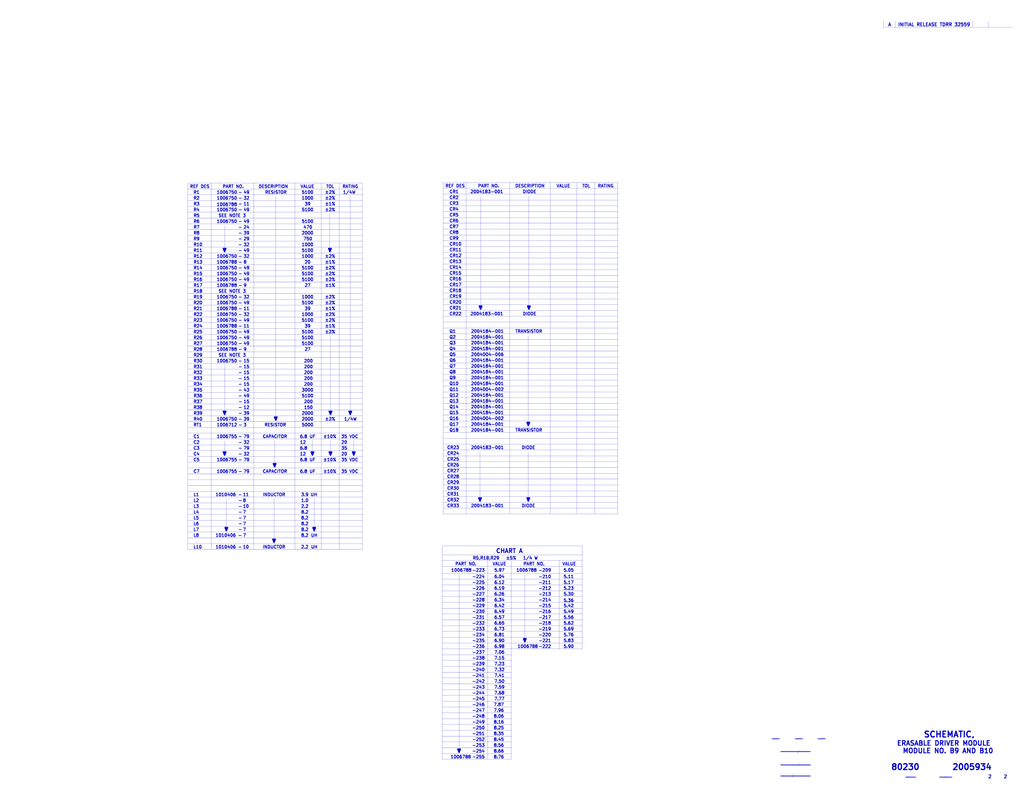
<source format=kicad_sch>
(kicad_sch (version 20211123) (generator eeschema)
  (paper "E")
  (polyline (pts (xy 205.105 276.225) (xy 395.605 276.225)) (stroke (width 0) (type solid)))
  (polyline (pts (xy 977.011 23.114) (xy 977.011 29.972)) (stroke (width 0) (type solid)))
  (polyline (pts (xy 577.85 543.8902) (xy 576.58 547.0652)) (stroke (width 1.524) (type solid)))
  (polyline (pts (xy 243.84 271.4752) (xy 246.38 271.4752)) (stroke (width 1.524) (type solid)))
  (polyline (pts (xy 205.105 282.575) (xy 395.605 282.575)) (stroke (width 0) (type solid)))
  (polyline (pts (xy 245.11 246.38) (xy 245.11 274.32)) (stroke (width 0) (type solid)))
  (polyline (pts (xy 205.105 523.875) (xy 395.605 523.875)) (stroke (width 0) (type solid)))
  (polyline (pts (xy 483.87 320.04) (xy 674.37 320.04)) (stroke (width 0) (type solid)))
  (polyline (pts (xy 483.87 377.19) (xy 674.37 377.19)) (stroke (width 0) (type solid)))
  (polyline (pts (xy 340.995 496.9002) (xy 339.725 493.7252)) (stroke (width 1.524) (type solid)))
  (polyline (pts (xy 300.99 506.4252) (xy 299.72 509.6002)) (stroke (width 1.524) (type solid)))
  (polyline (pts (xy 482.6 664.21) (xy 635.635 664.21)) (stroke (width 0) (type solid)))
  (polyline (pts (xy 483.87 485.14) (xy 674.37 485.14)) (stroke (width 0) (type solid)))
  (polyline (pts (xy 205.105 250.825) (xy 395.605 250.825)) (stroke (width 0) (type solid)))
  (polyline (pts (xy 205.105 231.775) (xy 395.605 231.775)) (stroke (width 0) (type solid)))
  (polyline (pts (xy 482.6 810.26) (xy 558.165 810.26)) (stroke (width 0) (type solid)))
  (polyline (pts (xy 648.97 561.34) (xy 648.97 199.39)) (stroke (width 0) (type solid)))
  (polyline (pts (xy 205.105 568.325) (xy 395.605 568.325)) (stroke (width 0) (type solid)))
  (polyline (pts (xy 635.635 596.265) (xy 635.635 708.66)) (stroke (width 0) (type solid)))
  (polyline (pts (xy 482.6 638.81) (xy 635.635 638.81)) (stroke (width 0) (type solid)))
  (polyline (pts (xy 205.105 396.875) (xy 395.605 396.875)) (stroke (width 0) (type solid)))
  (polyline (pts (xy 299.72 481.33) (xy 299.72 509.27)) (stroke (width 0) (type solid)))
  (polyline (pts (xy 483.87 339.09) (xy 674.37 339.09)) (stroke (width 0) (type solid)))
  (polyline (pts (xy 246.38 449.2752) (xy 245.11 452.4502)) (stroke (width 1.524) (type solid)))
  (polyline (pts (xy 387.35 493.7252) (xy 386.08 496.9002)) (stroke (width 1.524) (type solid)))
  (polyline (pts (xy 483.87 243.84) (xy 674.37 243.84)) (stroke (width 0) (type solid)))
  (polyline (pts (xy 247.015 579.4502) (xy 245.745 576.2752)) (stroke (width 1.524) (type solid)))
  (polyline (pts (xy 360.68 366.395) (xy 360.68 452.755)) (stroke (width 0) (type solid)))
  (polyline (pts (xy 205.105 600.075) (xy 395.605 600.075)) (stroke (width 0) (type solid)))
  (polyline (pts (xy 482.6 683.26) (xy 635.635 683.26)) (stroke (width 0) (type solid)))
  (polyline (pts (xy 558.165 829.31) (xy 558.165 612.14)) (stroke (width 0) (type solid)))
  (polyline (pts (xy 576.58 464.5152) (xy 575.31 461.3402)) (stroke (width 1.524) (type solid)))
  (polyline (pts (xy 522.605 543.8902) (xy 525.145 543.8902)) (stroke (width 1.524) (type solid)))
  (polyline (pts (xy 483.87 402.59) (xy 674.37 402.59)) (stroke (width 0) (type solid)))
  (polyline (pts (xy 482.6 605.79) (xy 635.635 605.79)) (stroke (width 0) (type solid)))
  (polyline (pts (xy 276.86 200.025) (xy 276.86 600.075)) (stroke (width 0) (type solid)))
  (polyline (pts (xy 572.77 627.38) (xy 572.77 701.04)) (stroke (width 0) (type solid)))
  (polyline (pts (xy 483.87 231.14) (xy 674.37 231.14)) (stroke (width 0) (type solid)))
  (polyline (pts (xy 482.6 784.86) (xy 558.165 784.86)) (stroke (width 0) (type solid)))
  (polyline (pts (xy 483.87 554.99) (xy 674.37 554.99)) (stroke (width 0) (type solid)))
  (polyline (pts (xy 482.6 689.61) (xy 635.635 689.61)) (stroke (width 0) (type solid)))
  (polyline (pts (xy 523.875 492.76) (xy 523.875 547.37)) (stroke (width 0) (type solid)))
  (polyline (pts (xy 205.105 219.075) (xy 395.605 219.075)) (stroke (width 0) (type solid)))
  (polyline (pts (xy 483.87 275.59) (xy 674.37 275.59)) (stroke (width 0) (type solid)))
  (polyline (pts (xy 483.87 332.74) (xy 674.37 332.74)) (stroke (width 0) (type solid)))
  (polyline (pts (xy 483.87 224.79) (xy 674.37 224.79)) (stroke (width 0) (type solid)))
  (polyline (pts (xy 205.105 288.925) (xy 395.605 288.925)) (stroke (width 0) (type solid)))
  (polyline (pts (xy 482.6 626.11) (xy 635.635 626.11)) (stroke (width 0) (type solid)))
  (polyline (pts (xy 302.26 455.6252) (xy 300.99 458.8002)) (stroke (width 1.524) (type solid)))
  (polyline (pts (xy 483.87 199.39) (xy 674.37 199.39)) (stroke (width 0) (type solid)))
  (polyline (pts (xy 483.87 345.44) (xy 674.37 345.44)) (stroke (width 0) (type solid)))
  (polyline (pts (xy 205.105 263.525) (xy 395.605 263.525)) (stroke (width 0) (type solid)))
  (polyline (pts (xy 300.355 588.9752) (xy 299.085 592.1502)) (stroke (width 1.524) (type solid)))
  (polyline (pts (xy 482.6 596.9) (xy 482.6 829.31)) (stroke (width 0) (type solid)))
  (polyline (pts (xy 205.105 301.625) (xy 395.605 301.625)) (stroke (width 0) (type solid)))
  (polyline (pts (xy 523.875 547.0652) (xy 522.605 543.8902)) (stroke (width 1.524) (type solid)))
  (polyline (pts (xy 483.87 561.34) (xy 674.37 561.34)) (stroke (width 0) (type solid)))
  (polyline (pts (xy 895.985 807.847) (xy 897.89 805.307)) (stroke (width 0) (type solid)))
  (polyline (pts (xy 482.6 670.56) (xy 635.635 670.56)) (stroke (width 0) (type solid)))
  (polyline (pts (xy 482.6 612.14) (xy 635.635 612.14)) (stroke (width 0) (type solid)))
  (polyline (pts (xy 483.87 396.24) (xy 674.37 396.24)) (stroke (width 0) (type solid)))
  (polyline (pts (xy 205.105 530.225) (xy 395.605 530.225)) (stroke (width 0) (type solid)))
  (polyline (pts (xy 361.95 449.2752) (xy 360.68 452.4502)) (stroke (width 1.524) (type solid)))
  (polyline (pts (xy 205.105 473.075) (xy 395.605 473.075)) (stroke (width 0) (type solid)))
  (polyline (pts (xy 483.87 466.09) (xy 674.37 466.09)) (stroke (width 0) (type solid)))
  (polyline (pts (xy 339.725 493.7252) (xy 342.265 493.7252)) (stroke (width 1.524) (type solid)))
  (polyline (pts (xy 482.6 695.96) (xy 635.635 695.96)) (stroke (width 0) (type solid)))
  (polyline (pts (xy 483.87 300.99) (xy 674.37 300.99)) (stroke (width 0) (type solid)))
  (polyline (pts (xy 482.6 797.56) (xy 558.165 797.56)) (stroke (width 0) (type solid)))
  (polyline (pts (xy 384.81 493.7252) (xy 387.35 493.7252)) (stroke (width 1.524) (type solid)))
  (polyline (pts (xy 299.72 509.6002) (xy 298.45 506.4252)) (stroke (width 1.524) (type solid)))
  (polyline (pts (xy 600.71 561.34) (xy 600.71 199.39)) (stroke (width 0) (type solid)))
  (polyline (pts (xy 483.87 472.44) (xy 674.37 472.44)) (stroke (width 0) (type solid)))
  (polyline (pts (xy 299.085 544.195) (xy 299.085 592.455)) (stroke (width 0) (type solid)))
  (polyline (pts (xy 205.105 415.925) (xy 395.605 415.925)) (stroke (width 0) (type solid)))
  (polyline (pts (xy 230.505 200.025) (xy 230.505 600.075)) (stroke (width 0) (type solid)))
  (polyline (pts (xy 245.11 496.9002) (xy 243.84 493.7252)) (stroke (width 1.524) (type solid)))
  (polyline (pts (xy 482.6 772.16) (xy 558.165 772.16)) (stroke (width 0) (type solid)))
  (polyline (pts (xy 360.68 496.9002) (xy 359.41 493.7252)) (stroke (width 1.524) (type solid)))
  (polyline (pts (xy 483.87 510.54) (xy 674.37 510.54)) (stroke (width 0) (type solid)))
  (polyline (pts (xy 341.63 576.2752) (xy 344.17 576.2752)) (stroke (width 1.524) (type solid)))
  (polyline (pts (xy 360.68 452.4502) (xy 359.41 449.2752)) (stroke (width 1.524) (type solid)))
  (polyline (pts (xy 246.38 493.7252) (xy 245.11 496.9002)) (stroke (width 1.524) (type solid)))
  (polyline (pts (xy 483.87 351.79) (xy 674.37 351.79)) (stroke (width 0) (type solid)))
  (polyline (pts (xy 205.105 561.975) (xy 395.605 561.975)) (stroke (width 0) (type solid)))
  (polyline (pts (xy 483.87 256.54) (xy 674.37 256.54)) (stroke (width 0) (type solid)))
  (polyline (pts (xy 360.045 233.68) (xy 360.045 274.955)) (stroke (width 0) (type solid)))
  (polyline (pts (xy 482.6 740.41) (xy 558.165 740.41)) (stroke (width 0) (type solid)))
  (polyline (pts (xy 245.11 398.145) (xy 245.11 452.12)) (stroke (width 0) (type solid)))
  (polyline (pts (xy 205.105 460.375) (xy 395.605 460.375)) (stroke (width 0) (type solid)))
  (polyline (pts (xy 205.105 346.075) (xy 395.605 346.075)) (stroke (width 0) (type solid)))
  (polyline (pts (xy 578.485 334.3402) (xy 577.215 337.5152)) (stroke (width 1.524) (type solid)))
  (polyline (pts (xy 205.105 314.325) (xy 395.605 314.325)) (stroke (width 0) (type solid)))
  (polyline (pts (xy 205.105 307.975) (xy 395.605 307.975)) (stroke (width 0) (type solid)))
  (polyline (pts (xy 482.6 753.11) (xy 558.165 753.11)) (stroke (width 0) (type solid)))
  (polyline (pts (xy 205.105 581.025) (xy 395.605 581.025)) (stroke (width 0) (type solid)))
  (polyline (pts (xy 342.9 579.4502) (xy 341.63 576.2752)) (stroke (width 1.524) (type solid)))
  (polyline (pts (xy 482.6 765.81) (xy 558.165 765.81)) (stroke (width 0) (type solid)))
  (polyline (pts (xy 205.105 422.275) (xy 395.605 422.275)) (stroke (width 0) (type solid)))
  (polyline (pts (xy 482.6 645.16) (xy 635.635 645.16)) (stroke (width 0) (type solid)))
  (polyline (pts (xy 205.105 600.075) (xy 205.105 200.025)) (stroke (width 0) (type solid)))
  (polyline (pts (xy 575.31 543.8902) (xy 577.85 543.8902)) (stroke (width 1.524) (type solid)))
  (polyline (pts (xy 205.105 409.575) (xy 395.605 409.575)) (stroke (width 0) (type solid)))
  (polyline (pts (xy 574.04 697.5602) (xy 572.77 700.7352)) (stroke (width 1.524) (type solid)))
  (polyline (pts (xy 483.87 529.59) (xy 674.37 529.59)) (stroke (width 0) (type solid)))
  (polyline (pts (xy 386.08 480.695) (xy 386.08 497.205)) (stroke (width 0) (type solid)))
  (polyline (pts (xy 361.95 493.7252) (xy 360.68 496.9002)) (stroke (width 1.524) (type solid)))
  (polyline (pts (xy 395.605 200.025) (xy 395.605 600.075)) (stroke (width 0) (type solid)))
  (polyline (pts (xy 483.87 408.94) (xy 674.37 408.94)) (stroke (width 0) (type solid)))
  (polyline (pts (xy 482.6 829.31) (xy 558.165 829.31)) (stroke (width 0) (type solid)))
  (polyline (pts (xy 483.87 427.99) (xy 674.37 427.99)) (stroke (width 0) (type solid)))
  (polyline (pts (xy 298.45 506.4252) (xy 300.99 506.4252)) (stroke (width 1.524) (type solid)))
  (polyline (pts (xy 483.87 434.34) (xy 674.37 434.34)) (stroke (width 0) (type solid)))
  (polyline (pts (xy 482.6 791.21) (xy 558.165 791.21)) (stroke (width 0) (type solid)))
  (polyline (pts (xy 523.24 334.3402) (xy 525.78 334.3402)) (stroke (width 1.524) (type solid)))
  (polyline (pts (xy 205.105 587.375) (xy 395.605 587.375)) (stroke (width 0) (type solid)))
  (polyline (pts (xy 483.87 504.19) (xy 674.37 504.19)) (stroke (width 0) (type solid)))
  (polyline (pts (xy 246.38 271.4752) (xy 245.11 274.6502)) (stroke (width 1.524) (type solid)))
  (polyline (pts (xy 350.52 200.025) (xy 350.52 600.075)) (stroke (width 0) (type solid)))
  (polyline (pts (xy 482.6 778.51) (xy 558.165 778.51)) (stroke (width 0) (type solid)))
  (polyline (pts (xy 205.105 269.875) (xy 395.605 269.875)) (stroke (width 0) (type solid)))
  (polyline (pts (xy 501.015 628.015) (xy 501.015 821.69)) (stroke (width 0) (type solid)))
  (polyline (pts (xy 205.105 485.775) (xy 395.605 485.775)) (stroke (width 0) (type solid)))
  (polyline (pts (xy 248.285 576.2752) (xy 247.015 579.4502)) (stroke (width 1.524) (type solid)))
  (polyline (pts (xy 482.6 721.36) (xy 558.165 721.36)) (stroke (width 0) (type solid)))
  (polyline (pts (xy 205.105 479.425) (xy 395.605 479.425)) (stroke (width 0) (type solid)))
  (polyline (pts (xy 245.11 274.6502) (xy 243.84 271.4752)) (stroke (width 1.524) (type solid)))
  (polyline (pts (xy 483.87 478.79) (xy 674.37 478.79)) (stroke (width 0) (type solid)))
  (polyline (pts (xy 205.105 511.175) (xy 395.605 511.175)) (stroke (width 0) (type solid)))
  (polyline (pts (xy 361.315 271.4752) (xy 360.045 274.6502)) (stroke (width 1.524) (type solid)))
  (polyline (pts (xy 483.87 281.94) (xy 674.37 281.94)) (stroke (width 0) (type solid)))
  (polyline (pts (xy 205.105 384.175) (xy 395.605 384.175)) (stroke (width 0) (type solid)))
  (polyline (pts (xy 205.105 225.425) (xy 395.605 225.425)) (stroke (width 0) (type solid)))
  (polyline (pts (xy 576.58 366.395) (xy 576.58 464.82)) (stroke (width 0) (type solid)))
  (polyline (pts (xy 572.77 700.7352) (xy 571.5 697.5602)) (stroke (width 1.524) (type solid)))
  (polyline (pts (xy 483.87 313.69) (xy 674.37 313.69)) (stroke (width 0) (type solid)))
  (polyline (pts (xy 483.87 205.74) (xy 674.37 205.74)) (stroke (width 0) (type solid)))
  (polyline (pts (xy 205.105 212.725) (xy 395.605 212.725)) (stroke (width 0) (type solid)))
  (polyline (pts (xy 483.87 523.24) (xy 674.37 523.24)) (stroke (width 0) (type solid)))
  (polyline (pts (xy 964.311 23.114) (xy 964.311 29.972)) (stroke (width 0) (type solid)))
  (polyline (pts (xy 508.635 561.34) (xy 508.635 199.39)) (stroke (width 0) (type solid)))
  (polyline (pts (xy 483.87 199.39) (xy 483.87 561.34)) (stroke (width 0) (type solid)))
  (polyline (pts (xy 205.105 238.125) (xy 395.605 238.125)) (stroke (width 0) (type solid)))
  (polyline (pts (xy 243.84 449.2752) (xy 246.38 449.2752)) (stroke (width 1.524) (type solid)))
  (polyline (pts (xy 381 449.2752) (xy 383.54 449.2752)) (stroke (width 1.524) (type solid)))
  (polyline (pts (xy 501.015 821.3852) (xy 499.745 818.2102)) (stroke (width 1.524) (type solid)))
  (polyline (pts (xy 205.105 365.125) (xy 395.605 365.125)) (stroke (width 0) (type solid)))
  (polyline (pts (xy 483.87 447.04) (xy 674.37 447.04)) (stroke (width 0) (type solid)))
  (polyline (pts (xy 205.105 333.375) (xy 395.605 333.375)) (stroke (width 0) (type solid)))
  (polyline (pts (xy 483.87 370.84) (xy 674.37 370.84)) (stroke (width 0) (type solid)))
  (polyline (pts (xy 360.68 480.695) (xy 360.68 497.205)) (stroke (width 0) (type solid)))
  (polyline (pts (xy 300.99 214.63) (xy 300.99 459.105)) (stroke (width 0) (type solid)))
  (polyline (pts (xy 243.84 493.7252) (xy 246.38 493.7252)) (stroke (width 1.524) (type solid)))
  (polyline (pts (xy 482.6 734.06) (xy 558.165 734.06)) (stroke (width 0) (type solid)))
  (polyline (pts (xy 524.51 337.82) (xy 524.51 213.995)) (stroke (width 0) (type solid)))
  (polyline (pts (xy 300.99 458.8002) (xy 299.72 455.6252)) (stroke (width 1.524) (type solid)))
  (polyline (pts (xy 205.105 504.825) (xy 395.605 504.825)) (stroke (width 0) (type solid)))
  (polyline (pts (xy 205.105 377.825) (xy 395.605 377.825)) (stroke (width 0) (type solid)))
  (polyline (pts (xy 205.105 295.275) (xy 395.605 295.275)) (stroke (width 0) (type solid)))
  (polyline (pts (xy 499.745 818.2102) (xy 502.285 818.2102)) (stroke (width 1.524) (type solid)))
  (polyline (pts (xy 299.72 455.6252) (xy 302.26 455.6252)) (stroke (width 1.524) (type solid)))
  (polyline (pts (xy 483.87 307.34) (xy 674.37 307.34)) (stroke (width 0) (type solid)))
  (polyline (pts (xy 483.87 491.49) (xy 674.37 491.49)) (stroke (width 0) (type solid)))
  (polyline (pts (xy 386.08 496.9002) (xy 384.81 493.7252)) (stroke (width 1.524) (type solid)))
  (polyline (pts (xy 205.105 542.925) (xy 395.605 542.925)) (stroke (width 0) (type solid)))
  (polyline (pts (xy 360.045 274.6502) (xy 358.775 271.4752)) (stroke (width 1.524) (type solid)))
  (polyline (pts (xy 482.6 676.91) (xy 635.635 676.91)) (stroke (width 0) (type solid)))
  (polyline (pts (xy 483.87 383.54) (xy 674.37 383.54)) (stroke (width 0) (type solid)))
  (polyline (pts (xy 482.6 596.265) (xy 635.635 596.265)) (stroke (width 0) (type solid)))
  (polyline (pts (xy 359.41 493.7252) (xy 361.95 493.7252)) (stroke (width 1.524) (type solid)))
  (polyline (pts (xy 205.105 536.575) (xy 395.605 536.575)) (stroke (width 0) (type solid)))
  (polyline (pts (xy 483.87 415.29) (xy 674.37 415.29)) (stroke (width 0) (type solid)))
  (polyline (pts (xy 205.105 371.475) (xy 395.605 371.475)) (stroke (width 0) (type solid)))
  (polyline (pts (xy 483.87 237.49) (xy 674.37 237.49)) (stroke (width 0) (type solid)))
  (polyline (pts (xy 525.78 334.3402) (xy 524.51 337.5152)) (stroke (width 1.524) (type solid)))
  (polyline (pts (xy 483.87 516.89) (xy 674.37 516.89)) (stroke (width 0) (type solid)))
  (polyline (pts (xy 483.87 326.39) (xy 674.37 326.39)) (stroke (width 0) (type solid)))
  (polyline (pts (xy 575.945 334.3402) (xy 578.485 334.3402)) (stroke (width 1.524) (type solid)))
  (polyline (pts (xy 864.235 849.122) (xy 866.775 844.677)) (stroke (width 0) (type solid)))
  (polyline (pts (xy 205.105 320.675) (xy 395.605 320.675)) (stroke (width 0) (type solid)))
  (polyline (pts (xy 205.105 352.425) (xy 395.605 352.425)) (stroke (width 0) (type solid)))
  (polyline (pts (xy 370.205 200.025) (xy 370.205 600.075)) (stroke (width 0) (type solid)))
  (polyline (pts (xy 483.87 453.39) (xy 674.37 453.39)) (stroke (width 0) (type solid)))
  (polyline (pts (xy 483.87 288.29) (xy 674.37 288.29)) (stroke (width 0) (type solid)))
  (polyline (pts (xy 483.87 548.64) (xy 674.37 548.64)) (stroke (width 0) (type solid)))
  (polyline (pts (xy 382.27 213.995) (xy 382.27 452.755)) (stroke (width 0) (type solid)))
  (polyline (pts (xy 382.27 452.4502) (xy 381 449.2752)) (stroke (width 1.524) (type solid)))
  (polyline (pts (xy 205.105 403.225) (xy 395.605 403.225)) (stroke (width 0) (type solid)))
  (polyline (pts (xy 205.105 498.475) (xy 395.605 498.475)) (stroke (width 0) (type solid)))
  (polyline (pts (xy 845.82 807.847) (xy 847.725 805.307)) (stroke (width 0) (type solid)))
  (polyline (pts (xy 205.105 390.525) (xy 395.605 390.525)) (stroke (width 0) (type solid)))
  (polyline (pts (xy 245.745 576.2752) (xy 248.285 576.2752)) (stroke (width 1.524) (type solid)))
  (polyline (pts (xy 340.995 480.695) (xy 340.995 497.205)) (stroke (width 0) (type solid)))
  (polyline (pts (xy 483.87 535.94) (xy 674.37 535.94)) (stroke (width 0) (type solid)))
  (polyline (pts (xy 205.105 574.675) (xy 395.605 574.675)) (stroke (width 0) (type solid)))
  (polyline (pts (xy 297.815 588.9752) (xy 300.355 588.9752)) (stroke (width 1.524) (type solid)))
  (polyline (pts (xy 205.105 492.125) (xy 395.605 492.125)) (stroke (width 0) (type solid)))
  (polyline (pts (xy 577.85 461.3402) (xy 576.58 464.5152)) (stroke (width 1.524) (type solid)))
  (polyline (pts (xy 576.58 493.395) (xy 576.58 546.735)) (stroke (width 0) (type solid)))
  (polyline (pts (xy 342.9 544.195) (xy 342.9 579.755)) (stroke (width 0) (type solid)))
  (polyline (pts (xy 502.285 818.2102) (xy 501.015 821.3852)) (stroke (width 1.524) (type solid)))
  (polyline (pts (xy 1030.605 849.757) (xy 1033.145 847.217)) (stroke (width 0) (type solid)))
  (polyline (pts (xy 205.105 441.325) (xy 395.605 441.325)) (stroke (width 0) (type solid)))
  (polyline (pts (xy 483.87 294.64) (xy 674.37 294.64)) (stroke (width 0) (type solid)))
  (polyline (pts (xy 205.105 327.025) (xy 395.605 327.025)) (stroke (width 0) (type solid)))
  (polyline (pts (xy 576.58 547.0652) (xy 575.31 543.8902)) (stroke (width 1.524) (type solid)))
  (polyline (pts (xy 610.235 708.66) (xy 610.235 612.14)) (stroke (width 0) (type solid)))
  (polyline (pts (xy 483.87 364.49) (xy 674.37 364.49)) (stroke (width 0) (type solid)))
  (polyline (pts (xy 205.105 200.025) (xy 395.605 200.025)) (stroke (width 0) (type solid)))
  (polyline (pts (xy 383.54 449.2752) (xy 382.27 452.4502)) (stroke (width 1.524) (type solid)))
  (polyline (pts (xy 247.015 544.195) (xy 247.015 579.755)) (stroke (width 0) (type solid)))
  (polyline (pts (xy 482.6 702.31) (xy 635.635 702.31)) (stroke (width 0) (type solid)))
  (polyline (pts (xy 205.105 434.975) (xy 395.605 434.975)) (stroke (width 0) (type solid)))
  (polyline (pts (xy 205.105 593.725) (xy 395.605 593.725)) (stroke (width 0) (type solid)))
  (polyline (pts (xy 483.87 218.44) (xy 674.37 218.44)) (stroke (width 0) (type solid)))
  (polyline (pts (xy 556.26 199.39) (xy 556.26 561.34)) (stroke (width 0) (type solid)))
  (polyline (pts (xy 869.95 823.087) (xy 872.49 819.277)) (stroke (width 0) (type solid)))
  (polyline (pts (xy 483.87 358.14) (xy 674.37 358.14)) (stroke (width 0) (type solid)))
  (polyline (pts (xy 482.6 803.91) (xy 558.165 803.91)) (stroke (width 0) (type solid)))
  (polyline (pts (xy 1078.611 23.114) (xy 1078.611 29.972)) (stroke (width 0) (type solid)))
  (polyline (pts (xy 483.87 250.19) (xy 674.37 250.19)) (stroke (width 0) (type solid)))
  (polyline (pts (xy 870.585 837.057) (xy 873.125 833.247)) (stroke (width 0) (type solid)))
  (polyline (pts (xy 571.5 697.5602) (xy 574.04 697.5602)) (stroke (width 1.524) (type solid)))
  (polyline (pts (xy 482.6 657.86) (xy 635.635 657.86)) (stroke (width 0) (type solid)))
  (polyline (pts (xy 205.105 428.625) (xy 395.605 428.625)) (stroke (width 0) (type solid)))
  (polyline (pts (xy 482.6 715.01) (xy 558.165 715.01)) (stroke (width 0) (type solid)))
  (polyline (pts (xy 483.87 459.74) (xy 674.37 459.74)) (stroke (width 0) (type solid)))
  (polyline (pts (xy 482.6 746.76) (xy 558.165 746.76)) (stroke (width 0) (type solid)))
  (polyline (pts (xy 205.105 339.725) (xy 395.605 339.725)) (stroke (width 0) (type solid)))
  (polyline (pts (xy 359.41 449.2752) (xy 361.95 449.2752)) (stroke (width 1.524) (type solid)))
  (polyline (pts (xy 629.285 199.39) (xy 629.285 561.34)) (stroke (width 0) (type solid)))
  (polyline (pts (xy 964.311 29.972) (xy 1104.9 29.972)) (stroke (width 0) (type solid)))
  (polyline (pts (xy 482.6 727.71) (xy 558.165 727.71)) (stroke (width 0) (type solid)))
  (polyline (pts (xy 1061.593 23.114) (xy 1061.593 29.972)) (stroke (width 0) (type solid)))
  (polyline (pts (xy 525.145 543.8902) (xy 523.875 547.0652)) (stroke (width 1.524) (type solid)))
  (polyline (pts (xy 483.87 269.24) (xy 674.37 269.24)) (stroke (width 0) (type solid)))
  (polyline (pts (xy 482.6 708.66) (xy 635.635 708.66)) (stroke (width 0) (type solid)))
  (polyline (pts (xy 245.11 452.4502) (xy 243.84 449.2752)) (stroke (width 1.524) (type solid)))
  (polyline (pts (xy 344.17 576.2752) (xy 342.9 579.4502)) (stroke (width 1.524) (type solid)))
  (polyline (pts (xy 483.87 262.89) (xy 674.37 262.89)) (stroke (width 0) (type solid)))
  (polyline (pts (xy 205.105 244.475) (xy 395.605 244.475)) (stroke (width 0) (type solid)))
  (polyline (pts (xy 483.87 440.69) (xy 674.37 440.69)) (stroke (width 0) (type solid)))
  (polyline (pts (xy 245.11 481.33) (xy 245.11 497.205)) (stroke (width 0) (type solid)))
  (polyline (pts (xy 483.87 389.89) (xy 674.37 389.89)) (stroke (width 0) (type solid)))
  (polyline (pts (xy 358.775 271.4752) (xy 361.315 271.4752)) (stroke (width 1.524) (type solid)))
  (polyline (pts (xy 575.31 461.3402) (xy 577.85 461.3402)) (stroke (width 1.524) (type solid)))
  (polyline (pts (xy 299.085 592.1502) (xy 297.815 588.9752)) (stroke (width 1.524) (type solid)))
  (polyline (pts (xy 674.37 199.39) (xy 674.37 561.34)) (stroke (width 0) (type solid)))
  (polyline (pts (xy 482.6 822.96) (xy 558.165 822.96)) (stroke (width 0) (type solid)))
  (polyline (pts (xy 532.13 829.31) (xy 532.13 612.14)) (stroke (width 0) (type solid)))
  (polyline (pts (xy 482.6 816.61) (xy 558.165 816.61)) (stroke (width 0) (type solid)))
  (polyline (pts (xy 483.87 497.84) (xy 674.37 497.84)) (stroke (width 0) (type solid)))
  (polyline (pts (xy 205.105 549.275) (xy 395.605 549.275)) (stroke (width 0) (type solid)))
  (polyline (pts (xy 205.105 447.675) (xy 395.605 447.675)) (stroke (width 0) (type solid)))
  (polyline (pts (xy 524.51 337.5152) (xy 523.24 334.3402)) (stroke (width 1.524) (type solid)))
  (polyline (pts (xy 321.945 200.025) (xy 321.945 600.075)) (stroke (width 0) (type solid)))
  (polyline (pts (xy 205.105 454.025) (xy 395.605 454.025)) (stroke (width 0) (type solid)))
  (polyline (pts (xy 483.87 212.09) (xy 674.37 212.09)) (stroke (width 0) (type solid)))
  (polyline (pts (xy 205.105 517.525) (xy 395.605 517.525)) (stroke (width 0) (type solid)))
  (polyline (pts (xy 482.6 759.46) (xy 558.165 759.46)) (stroke (width 0) (type solid)))
  (polyline (pts (xy 577.215 337.5152) (xy 575.945 334.3402)) (stroke (width 1.524) (type solid)))
  (polyline (pts (xy 205.105 206.375) (xy 395.605 206.375)) (stroke (width 0) (type solid)))
  (polyline (pts (xy 577.215 337.185) (xy 577.215 213.995)) (stroke (width 0) (type solid)))
  (polyline (pts (xy 989.965 849.757) (xy 992.505 847.217)) (stroke (width 0) (type solid)))
  (polyline (pts (xy 483.87 542.29) (xy 674.37 542.29)) (stroke (width 0) (type solid)))
  (polyline (pts (xy 205.105 466.725) (xy 395.605 466.725)) (stroke (width 0) (type solid)))
  (polyline (pts (xy 205.105 555.625) (xy 395.605 555.625)) (stroke (width 0) (type solid)))
  (polyline (pts (xy 205.105 257.175) (xy 395.605 257.175)) (stroke (width 0) (type solid)))
  (polyline (pts (xy 482.6 618.49) (xy 635.635 618.49)) (stroke (width 0) (type solid)))
  (polyline (pts (xy 482.6 651.51) (xy 635.635 651.51)) (stroke (width 0) (type solid)))
  (polyline (pts (xy 342.265 493.7252) (xy 340.995 496.9002)) (stroke (width 1.524) (type solid)))
  (polyline (pts (xy 205.105 358.775) (xy 395.605 358.775)) (stroke (width 0) (type solid)))
  (polyline (pts (xy 482.6 632.46) (xy 635.635 632.46)) (stroke (width 0) (type solid)))
  (polyline (pts (xy 870.585 807.847) (xy 872.49 805.307)) (stroke (width 0) (type solid)))
  (polyline (pts (xy 483.87 421.64) (xy 674.37 421.64)) (stroke (width 0) (type solid)))
  (text "7" (at 264.795 561.34 0) (effects (font (size 3.302 3.302) (thickness 0.6604) bold) (justify left bottom)))
  (text "R10" (at 210.82 269.24 0) (effects (font (size 3.302 3.302) (thickness 0.6604) bold) (justify left bottom)))
  (text "11" (at 265.43 224.79 0) (effects (font (size 3.302 3.302) (thickness 0.6604) bold) (justify left bottom)))
  (text "200" (at 331.47 402.59 0) (effects (font (size 3.302 3.302) (thickness 0.6604) bold) (justify left bottom)))
  (text "R28" (at 210.82 383.54 0) (effects (font (size 3.302 3.302) (thickness 0.6604) bold) (justify left bottom)))
  (text "CR27" (at 487.68 516.255 0) (effects (font (size 3.302 3.302) (thickness 0.6604) bold) (justify left bottom)))
  (text "6.34" (at 539.115 657.225 0) (effects (font (size 3.302 3.302) (thickness 0.6604) bold) (justify left bottom)))
  (text "-212" (at 587.375 644.525 0) (effects (font (size 3.302 3.302) (thickness 0.6604) bold) (justify left bottom)))
  (text "L3" (at 210.82 554.99 0) (effects (font (size 3.302 3.302) (thickness 0.6604) bold) (justify left bottom)))
  (text "5.05" (at 614.68 624.84 0) (effects (font (size 3.302 3.302) (thickness 0.6604) bold) (justify left bottom)))
  (text "R19" (at 210.82 326.39 0) (effects (font (size 3.302 3.302) (thickness 0.6604) bold) (justify left bottom)))
  (text "CR2" (at 490.22 217.805 0) (effects (font (size 3.302 3.302) (thickness 0.6604) bold) (justify left bottom)))
  (text "9" (at 265.43 313.69 0) (effects (font (size 3.302 3.302) (thickness 0.6604) bold) (justify left bottom)))
  (text "1006750" (at 236.22 212.09 0) (effects (font (size 3.302 3.302) (thickness 0.6604) bold) (justify left bottom)))
  (text "27" (at 332.105 313.69 0) (effects (font (size 3.302 3.302) (thickness 0.6604) bold) (justify left bottom)))
  (text "2005934" (at 1038.86 841.502 0) (effects (font (size 6.35 6.35) (thickness 1.27) bold) (justify left bottom)))
  (text "7.23" (at 539.115 727.075 0) (effects (font (size 3.302 3.302) (thickness 0.6604) bold) (justify left bottom)))
  (text "5.42" (at 614.68 663.575 0) (effects (font (size 3.302 3.302) (thickness 0.6604) bold) (justify left bottom)))
  (text "CR32" (at 487.68 548.005 0) (effects (font (size 3.302 3.302) (thickness 0.6604) bold) (justify left bottom)))
  (text "1006788" (at 236.22 339.09 0) (effects (font (size 3.302 3.302) (thickness 0.6604) bold) (justify left bottom)))
  (text "CR15" (at 490.22 300.355 0) (effects (font (size 3.302 3.302) (thickness 0.6604) bold) (justify left bottom)))
  (text "±2%" (at 354.33 351.79 0) (effects (font (size 3.302 3.302) (thickness 0.6604) bold) (justify left bottom)))
  (text "-" (at 259.715 580.39 0) (effects (font (size 3.302 3.302) (thickness 0.6604) bold) (justify left bottom)))
  (text "Q2" (at 490.22 370.205 0) (effects (font (size 3.302 3.302) (thickness 0.6604) bold) (justify left bottom)))
  (text "7" (at 264.795 580.39 0) (effects (font (size 3.302 3.302) (thickness 0.6604) bold) (justify left bottom)))
  (text "-" (at 259.715 440.69 0) (effects (font (size 3.302 3.302) (thickness 0.6604) bold) (justify left bottom)))
  (text "CR9" (at 490.22 262.255 0) (effects (font (size 3.302 3.302) (thickness 0.6604) bold) (justify left bottom)))
  (text "2     2" (at 1078.23 850.392 0) (effects (font (size 3.556 3.556) (thickness 0.7112) bold) (justify left bottom)))
  (text "2004184-001" (at 513.715 440.055 0) (effects (font (size 3.302 3.302) (thickness 0.6604) bold) (justify left bottom)))
  (text "INITIAL RELEASE TDRR 32559" (at 979.805 29.083 0) (effects (font (size 3.556 3.556) (thickness 0.7112) bold) (justify left bottom)))
  (text "C7" (at 210.82 516.89 0) (effects (font (size 3.302 3.302) (thickness 0.6604) bold) (justify left bottom)))
  (text "20" (at 372.11 485.14 0) (effects (font (size 3.302 3.302) (thickness 0.6604) bold) (justify left bottom)))
  (text "Q10" (at 490.22 421.005 0) (effects (font (size 3.302 3.302) (thickness 0.6604) bold) (justify left bottom)))
  (text "-210" (at 587.375 631.825 0) (effects (font (size 3.302 3.302) (thickness 0.6604) bold) (justify left bottom)))
  (text "-241" (at 514.985 739.775 0) (effects (font (size 3.302 3.302) (thickness 0.6604) bold) (justify left bottom)))
  (text "-229" (at 514.985 663.575 0) (effects (font (size 3.302 3.302) (thickness 0.6604) bold) (justify left bottom)))
  (text "-238" (at 514.985 720.725 0) (effects (font (size 3.302 3.302) (thickness 0.6604) bold) (justify left bottom)))
  (text "-" (at 259.715 402.59 0) (effects (font (size 3.302 3.302) (thickness 0.6604) bold) (justify left bottom)))
  (text "3" (at 265.43 466.09 0) (effects (font (size 3.302 3.302) (thickness 0.6604) bold) (justify left bottom)))
  (text "RATING" (at 373.38 205.74 0) (effects (font (size 3.302 3.302) (thickness 0.6604) bold) (justify left bottom)))
  (text "±2%" (at 354.33 364.49 0) (effects (font (size 3.302 3.302) (thickness 0.6604) bold) (justify left bottom)))
  (text "Q7" (at 490.22 401.955 0) (effects (font (size 3.302 3.302) (thickness 0.6604) bold) (justify left bottom)))
  (text "6.65" (at 539.115 682.625 0) (effects (font (size 3.302 3.302) (thickness 0.6604) bold) (justify left bottom)))
  (text "-" (at 259.715 567.69 0) (effects (font (size 3.302 3.302) (thickness 0.6604) bold) (justify left bottom)))
  (text "DESCRIPTION" (at 561.975 205.105 0) (effects (font (size 3.302 3.302) (thickness 0.6604) bold) (justify left bottom)))
  (text "2004184-001" (at 513.715 433.705 0) (effects (font (size 3.302 3.302) (thickness 0.6604) bold) (justify left bottom)))
  (text "-" (at 259.715 224.79 0) (effects (font (size 3.302 3.302) (thickness 0.6604) bold) (justify left bottom)))
  (text "200" (at 331.47 421.64 0) (effects (font (size 3.302 3.302) (thickness 0.6604) bold) (justify left bottom)))
  (text "-228" (at 514.985 657.225 0) (effects (font (size 3.302 3.302) (thickness 0.6604) bold) (justify left bottom)))
  (text "1006755" (at 236.22 504.19 0) (effects (font (size 3.302 3.302) (thickness 0.6604) bold) (justify left bottom)))
  (text "-237" (at 514.985 714.375 0) (effects (font (size 3.302 3.302) (thickness 0.6604) bold) (justify left bottom)))
  (text "1006788" (at 564.515 708.025 0) (effects (font (size 3.302 3.302) (thickness 0.6604) bold) (justify left bottom)))
  (text "1006750" (at 236.22 281.94 0) (effects (font (size 3.302 3.302) (thickness 0.6604) bold) (justify left bottom)))
  (text "SCHEMATIC," (at 1007.745 805.942 0) (effects (font (size 6.35 6.35) (thickness 1.27) bold) (justify left bottom)))
  (text "-" (at 259.715 408.94 0) (effects (font (size 3.302 3.302) (thickness 0.6604) bold) (justify left bottom)))
  (text "15" (at 265.43 408.94 0) (effects (font (size 3.302 3.302) (thickness 0.6604) bold) (justify left bottom)))
  (text "3.9 UH" (at 328.295 542.29 0) (effects (font (size 3.302 3.302) (thickness 0.6604) bold) (justify left bottom)))
  (text "1006750" (at 236.22 396.24 0) (effects (font (size 3.302 3.302) (thickness 0.6604) bold) (justify left bottom)))
  (text "CR8" (at 490.22 255.905 0) (effects (font (size 3.302 3.302) (thickness 0.6604) bold) (justify left bottom)))
  (text "CR20" (at 490.22 332.105 0) (effects (font (size 3.302 3.302) (thickness 0.6604) bold) (justify left bottom)))
  (text "Q12" (at 490.22 433.705 0) (effects (font (size 3.302 3.302) (thickness 0.6604) bold) (justify left bottom)))
  (text "6.57" (at 539.115 676.275 0) (effects (font (size 3.302 3.302) (thickness 0.6604) bold) (justify left bottom)))
  (text "2004183-001" (at 513.715 554.355 0) (effects (font (size 3.302 3.302) (thickness 0.6604) bold) (justify left bottom)))
  (text "12" (at 327.025 497.84 0) (effects (font (size 3.302 3.302) (thickness 0.6604) bold) (justify left bottom)))
  (text "2004184-001" (at 513.715 370.205 0) (effects (font (size 3.302 3.302) (thickness 0.6604) bold) (justify left bottom)))
  (text "DIODE" (at 568.96 554.355 0) (effects (font (size 3.302 3.302) (thickness 0.6604) bold) (justify left bottom)))
  (text "-219" (at 587.375 688.975 0) (effects (font (size 3.302 3.302) (thickness 0.6604) bold) (justify left bottom)))
  (text "15" (at 265.43 415.29 0) (effects (font (size 3.302 3.302) (thickness 0.6604) bold) (justify left bottom)))
  (text "-224" (at 514.985 631.825 0) (effects (font (size 3.302 3.302) (thickness 0.6604) bold) (justify left bottom)))
  (text "C3" (at 210.82 491.49 0) (effects (font (size 3.302 3.302) (thickness 0.6604) bold) (justify left bottom)))
  (text "R40" (at 210.82 459.74 0) (effects (font (size 3.302 3.302) (thickness 0.6604) bold) (justify left bottom)))
  (text "49" (at 265.43 370.84 0) (effects (font (size 3.302 3.302) (thickness 0.6604) bold) (justify left bottom)))
  (text "TOL" (at 635 205.105 0) (effects (font (size 3.302 3.302) (thickness 0.6604) bold) (justify left bottom)))
  (text "-245" (at 514.985 765.175 0) (effects (font (size 3.302 3.302) (thickness 0.6604) bold) (justify left bottom)))
  (text "R35" (at 210.82 427.99 0) (effects (font (size 3.302 3.302) (thickness 0.6604) bold) (justify left bottom)))
  (text "CR3" (at 490.22 224.155 0) (effects (font (size 3.302 3.302) (thickness 0.6604) bold) (justify left bottom)))
  (text "Q18" (at 490.22 471.805 0) (effects (font (size 3.302 3.302) (thickness 0.6604) bold) (justify left bottom)))
  (text "-" (at 259.715 377.19 0) (effects (font (size 3.302 3.302) (thickness 0.6604) bold) (justify left bottom)))
  (text "PART NO." (at 521.335 205.105 0) (effects (font (size 3.302 3.302) (thickness 0.6604) bold) (justify left bottom)))
  (text "Q11" (at 490.22 427.355 0) (effects (font (size 3.302 3.302) (thickness 0.6604) bold) (justify left bottom)))
  (text "-" (at 259.715 516.89 0) (effects (font (size 3.302 3.302) (thickness 0.6604) bold) (justify left bottom)))
  (text "1000" (at 328.93 269.24 0) (effects (font (size 3.302 3.302) (thickness 0.6604) bold) (justify left bottom)))
  (text "±2%" (at 354.33 300.99 0) (effects (font (size 3.302 3.302) (thickness 0.6604) bold) (justify left bottom)))
  (text "5.76" (at 614.68 695.325 0) (effects (font (size 3.302 3.302) (thickness 0.6604) bold) (justify left bottom)))
  (text "2004184-001" (at 513.715 452.755 0) (effects (font (size 3.302 3.302) (thickness 0.6604) bold) (justify left bottom)))
  (text "-244" (at 514.985 758.825 0) (effects (font (size 3.302 3.302) (thickness 0.6604) bold) (justify left bottom)))
  (text "-253" (at 514.985 815.975 0) (effects (font (size 3.302 3.302) (thickness 0.6604) bold) (justify left bottom)))
  (text "-222" (at 587.375 708.025 0) (effects (font (size 3.302 3.302) (thickness 0.6604) bold) (justify left bottom)))
  (text "-" (at 259.715 339.09 0) (effects (font (size 3.302 3.302) (thickness 0.6604) bold) (justify left bottom)))
  (text "8.2" (at 328.295 586.74 0) (effects (font (size 3.302 3.302) (thickness 0.6604) bold) (justify left bottom)))
  (text "8.56" (at 538.48 815.975 0) (effects (font (size 3.302 3.302) (thickness 0.6604) bold) (justify left bottom)))
  (text "1/4W" (at 374.015 212.09 0) (effects (font (size 3.302 3.302) (thickness 0.6604) bold) (justify left bottom)))
  (text "32" (at 265.43 269.24 0) (effects (font (size 3.302 3.302) (thickness 0.6604) bold) (justify left bottom)))
  (text "CHART A" (at 541.02 604.52 0) (effects (font (size 4.572 4.572) (thickness 0.9144) bold) (justify left bottom)))
  (text "2004184-001" (at 513.715 401.955 0) (effects (font (size 3.302 3.302) (thickness 0.6604) bold) (justify left bottom)))
  (text "R16" (at 210.82 307.34 0) (effects (font (size 3.302 3.302) (thickness 0.6604) bold) (justify left bottom)))
  (text "-249" (at 514.985 790.575 0) (effects (font (size 3.302 3.302) (thickness 0.6604) bold) (justify left bottom)))
  (text "R11" (at 210.82 275.59 0) (effects (font (size 3.302 3.302) (thickness 0.6604) bold) (justify left bottom)))
  (text "-230" (at 514.985 669.925 0) (effects (font (size 3.302 3.302) (thickness 0.6604) bold) (justify left bottom)))
  (text "REF DES" (at 485.775 205.105 0) (effects (font (size 3.302 3.302) (thickness 0.6604) bold) (justify left bottom)))
  (text "Q14" (at 490.22 446.405 0) (effects (font (size 3.302 3.302) (thickness 0.6604) bold) (justify left bottom)))
  (text "35 VDC" (at 372.11 504.19 0) (effects (font (size 3.302 3.302) (thickness 0.6604) bold) (justify left bottom)))
  (text "CR14" (at 490.22 294.005 0) (effects (font (size 3.302 3.302) (thickness 0.6604) bold) (justify left bottom)))
  (text "-" (at 259.715 453.39 0) (effects (font (size 3.302 3.302) (thickness 0.6604) bold) (justify left bottom)))
  (text "49" (at 265.43 243.84 0) (effects (font (size 3.302 3.302) (thickness 0.6604) bold) (justify left bottom)))
  (text "TRANSISTOR" (at 561.975 363.855 0) (effects (font (size 3.302 3.302) (thickness 0.6604) bold) (justify left bottom)))
  (text "-" (at 259.715 243.84 0) (effects (font (size 3.302 3.302) (thickness 0.6604) bold) (justify left bottom)))
  (text "Q4" (at 490.22 382.905 0) (effects (font (size 3.302 3.302) (thickness 0.6604) bold) (justify left bottom)))
  (text "39" (at 265.43 256.54 0) (effects (font (size 3.302 3.302) (thickness 0.6604) bold) (justify left bottom)))
  (text "49" (at 265.43 294.64 0) (effects (font (size 3.302 3.302) (thickness 0.6604) bold) (justify left bottom)))
  (text "1006755" (at 236.22 478.79 0) (effects (font (size 3.302 3.302) (thickness 0.6604) bold) (justify left bottom)))
  (text "-209" (at 587.375 624.84 0) (effects (font (size 3.302 3.302) (thickness 0.6604) bold) (justify left bottom)))
  (text "RATING" (at 652.145 205.105 0) (effects (font (size 3.302 3.302) (thickness 0.6604) bold) (justify left bottom)))
  (text "3000" (at 328.93 427.99 0) (effects (font (size 3.302 3.302) (thickness 0.6604) bold) (justify left bottom)))
  (text "6.19" (at 539.115 644.525 0) (effects (font (size 3.302 3.302) (thickness 0.6604) bold) (justify left bottom)))
  (text "CR12" (at 490.22 281.305 0) (effects (font (size 3.302 3.302) (thickness 0.6604) bold) (justify left bottom)))
  (text "C4" (at 210.82 497.84 0) (effects (font (size 3.302 3.302) (thickness 0.6604) bold) (justify left bottom)))
  (text "5.49" (at 614.68 669.925 0) (effects (font (size 3.302 3.302) (thickness 0.6604) bold) (justify left bottom)))
  (text "27" (at 332.105 383.54 0) (effects (font (size 3.302 3.302) (thickness 0.6604) bold) (justify left bottom)))
  (text "-" (at 259.715 504.19 0) (effects (font (size 3.302 3.302) (thickness 0.6604) bold) (justify left bottom)))
  (text "7.06" (at 539.115 714.375 0) (effects (font (size 3.302 3.302) (thickness 0.6604) bold) (justify left bottom)))
  (text "1006750" (at 236.22 326.39 0) (effects (font (size 3.302 3.302) (thickness 0.6604) bold) (justify left bottom)))
  (text "-" (at 259.715 345.44 0) (effects (font (size 3.302 3.302) (thickness 0.6604) bold) (justify left bottom)))
  (text "5.97" (at 539.115 624.84 0) (effects (font (size 3.302 3.302) (thickness 0.6604) bold) (justify left bottom)))
  (text "±1%" (at 354.33 224.79 0) (effects (font (size 3.302 3.302) (thickness 0.6604) bold) (justify left bottom)))
  (text "R37" (at 210.82 440.69 0) (effects (font (size 3.302 3.302) (thickness 0.6604) bold) (justify left bottom)))
  (text "1006750" (at 236.22 459.74 0) (effects (font (size 3.302 3.302) (thickness 0.6604) bold) (justify left bottom)))
  (text "2004183-001" (at 513.08 211.455 0) (effects (font (size 3.302 3.302) (thickness 0.6604) bold) (justify left bottom)))
  (text "R23" (at 210.82 351.79 0) (effects (font (size 3.302 3.302) (thickness 0.6604) bold) (justify left bottom)))
  (text "-225" (at 514.985 638.175 0) (effects (font (size 3.302 3.302) (thickness 0.6604) bold) (justify left bottom)))
  (text "R31" (at 210.82 402.59 0) (effects (font (size 3.302 3.302) (thickness 0.6604) bold) (justify left bottom)))
  (text "5.69" (at 614.68 688.975 0) (effects (font (size 3.302 3.302) (thickness 0.6604) bold) (justify left bottom)))
  (text "49" (at 265.43 434.34 0) (effects (font (size 3.302 3.302) (thickness 0.6604) bold) (justify left bottom)))
  (text "15" (at 265.43 421.64 0) (effects (font (size 3.302 3.302) (thickness 0.6604) bold) (justify left bottom)))
  (text "6.8 UF" (at 327.025 478.79 0) (effects (font (size 3.302 3.302) (thickness 0.6604) bold) (justify left bottom)))
  (text "R36" (at 210.82 434.34 0) (effects (font (size 3.302 3.302) (thickness 0.6604) bold) (justify left bottom)))
  (text "UH" (at 339.09 599.44 0) (effects (font (size 3.302 3.302) (thickness 0.6604) bold) (justify left bottom)))
  (text "R15" (at 210.82 300.99 0) (effects (font (size 3.302 3.302) (thickness 0.6604) bold) (justify left bottom)))
  (text "43" (at 265.43 427.99 0) (effects (font (size 3.302 3.302) (thickness 0.6604) bold) (justify left bottom)))
  (text "7.59" (at 539.115 752.475 0) (effects (font (size 3.302 3.302) (thickness 0.6604) bold) (justify left bottom)))
  (text "±1%" (at 354.33 358.14 0) (effects (font (size 3.302 3.302) (thickness 0.6604) bold) (justify left bottom)))
  (text "VALUE" (at 613.41 617.855 0) (effects (font (size 3.302 3.302) (thickness 0.6604) bold) (justify left bottom)))
  (text "7.68" (at 539.115 758.825 0) (effects (font (size 3.302 3.302) (thickness 0.6604) bold) (justify left bottom)))
  (text "-" (at 259.715 262.89 0) (effects (font (size 3.302 3.302) (thickness 0.6604) bold) (justify left bottom)))
  (text "7.87" (at 538.48 771.525 0) (effects (font (size 3.302 3.302) (thickness 0.6604) bold) (justify left bottom)))
  (text "79" (at 265.43 504.19 0) (effects (font (size 3.302 3.302) (thickness 0.6604) bold) (justify left bottom)))
  (text "-" (at 259.715 218.44 0) (effects (font (size 3.302 3.302) (thickness 0.6604) bold) (justify left bottom)))
  (text "1006750" (at 236.22 231.14 0) (effects (font (size 3.302 3.302) (thickness 0.6604) bold) (justify left bottom)))
  (text "-226" (at 514.985 644.525 0) (effects (font (size 3.302 3.302) (thickness 0.6604) bold) (justify left bottom)))
  (text "±1%" (at 354.33 288.29 0) (effects (font (size 3.302 3.302) (thickness 0.6604) bold) (justify left bottom)))
  (text "R6" (at 210.82 243.84 0) (effects (font (size 3.302 3.302) (thickness 0.6604) bold) (justify left bottom)))
  (text "Q1" (at 490.22 363.855 0) (effects (font (size 3.302 3.302) (thickness 0.6604) bold) (justify left bottom)))
  (text "11" (at 265.43 358.14 0) (effects (font (size 3.302 3.302) (thickness 0.6604) bold) (justify left bottom)))
  (text "L8" (at 210.82 586.74 0) (effects (font (size 3.302 3.302) (thickness 0.6604) bold) (justify left bottom)))
  (text "39" (at 265.43 459.74 0) (effects (font (size 3.302 3.302) (thickness 0.6604) bold) (justify left bottom)))
  (text "C1" (at 210.82 478.79 0) (effects (font (size 3.302 3.302) (thickness 0.6604) bold) (justify left bottom)))
  (text "12" (at 265.43 447.04 0) (effects (font (size 3.302 3.302) (thickness 0.6604) bold) (justify left bottom)))
  (text "1010406 -" (at 234.95 599.44 0) (effects (font (size 3.302 3.302) (thickness 0.6604) bold) (justify left bottom)))
  (text "Q13" (at 490.22 440.055 0) (effects (font (size 3.302 3.302) (thickness 0.6604) bold) (justify left bottom)))
  (text "-" (at 259.715 212.09 0) (effects (font (size 3.302 3.302) (thickness 0.6604) bold) (justify left bottom)))
  (text "2004184-001" (at 513.715 376.555 0) (effects (font (size 3.302 3.302) (thickness 0.6604) bold) (justify left bottom)))
  (text "Q15" (at 490.22 452.755 0) (effects (font (size 3.302 3.302) (thickness 0.6604) bold) (justify left bottom)))
  (text "-240" (at 514.985 733.425 0) (effects (font (size 3.302 3.302) (thickness 0.6604) bold) (justify left bottom)))
  (text "2004184-001" (at 513.715 414.655 0) (effects (font (size 3.302 3.302) (thickness 0.6604) bold) (justify left bottom)))
  (text "35" (at 372.11 491.49 0) (effects (font (size 3.302 3.302) (thickness 0.6604) bold) (justify left bottom)))
  (text "6.49" (at 539.115 669.925 0) (effects (font (size 3.302 3.302) (thickness 0.6604) bold) (justify left bottom)))
  (text "20" (at 372.11 497.84 0) (effects (font (size 3.302 3.302) (thickness 0.6604) bold) (justify left bottom)))
  (text "7.15" (at 539.115 720.725 0) (effects (font (size 3.302 3.302) (thickness 0.6604) bold) (justify left bottom)))
  (text "7.41" (at 539.115 739.775 0) (effects (font (size 3.302 3.302) (thickness 0.6604) bold) (justify left bottom)))
  (text "CR23" (at 487.68 490.855 0) (effects (font (size 3.302 3.302) (thickness 0.6604) bold) (justify left bottom)))
  (text "-255" (at 514.985 828.675 0) (effects (font (size 3.302 3.302) (thickness 0.6604) bold) (justify left bottom)))
  (text "32" (at 265.43 485.14 0) (effects (font (size 3.302 3.302) (thickness 0.6604) bold) (justify left bottom)))
  (text "CR1" (at 490.22 211.455 0) (effects (font (size 3.302 3.302) (thickness 0.6604) bold) (justify left bottom)))
  (text "TRANSISTOR" (at 561.975 471.805 0) (effects (font (size 3.302 3.302) (thickness 0.6604) bold) (justify left bottom)))
  (text "49" (at 265.43 275.59 0) (effects (font (size 3.302 3.302) (thickness 0.6604) bold) (justify left bottom)))
  (text "2004004-002" (at 513.715 459.105 0) (effects (font (size 3.302 3.302) (thickness 0.6604) bold) (justify left bottom)))
  (text "±2%" (at 354.33 326.39 0) (effects (font (size 3.302 3.302) (thickness 0.6604) bold) (justify left bottom)))
  (text "6.90" (at 539.115 701.675 0) (effects (font (size 3.302 3.302) (thickness 0.6604) bold) (justify left bottom)))
  (text "49" (at 265.43 212.09 0) (effects (font (size 3.302 3.302) (thickness 0.6604) bold) (justify left bottom)))
  (text "2004184-001" (at 513.715 363.855 0) (effects (font (size 3.302 3.302) (thickness 0.6604) bold) (justify left bottom)))
  (text "Q16" (at 490.22 459.105 0) (effects (font (size 3.302 3.302) (thickness 0.6604) bold) (justify left bottom)))
  (text "L10" (at 210.82 599.44 0) (effects (font (size 3.302 3.302) (thickness 0.6604) bold) (justify left bottom)))
  (text "2004184-001" (at 513.715 382.905 0) (effects (font (size 3.302 3.302) (thickness 0.6604) bold) (justify left bottom)))
  (text "15" (at 265.43 396.24 0) (effects (font (size 3.302 3.302) (thickness 0.6604) bold) (justify left bottom)))
  (text "39" (at 332.105 224.79 0) (effects (font (size 3.302 3.302) (thickness 0.6604) bold) (justify left bottom)))
  (text "Q8" (at 490.22 408.305 0) (effects (font (size 3.302 3.302) (thickness 0.6604) bold) (justify left bottom)))
  (text "L5" (at 210.82 567.69 0) (effects (font (size 3.302 3.302) (thickness 0.6604) bold) (justify left bottom)))
  (text "5000" (at 328.93 466.09 0) (effects (font (size 3.302 3.302) (thickness 0.6604) bold) (justify left bottom)))
  (text "R32" (at 210.82 408.94 0) (effects (font (size 3.302 3.302) (thickness 0.6604) bold) (justify left bottom)))
  (text "VALUE" (at 327.66 205.74 0) (effects (font (size 3.302 3.302) (thickness 0.6604) bold) (justify left bottom)))
  (text "2004004-002" (at 513.715 427.355 0) (effects (font (size 3.302 3.302) (thickness 0.6604) bold) (justify left bottom)))
  (text "-" (at 259.715 427.99 0) (effects (font (size 3.302 3.302) (thickness 0.6604) bold) (justify left bottom)))
  (text "5100" (at 328.93 307.34 0) (effects (font (size 3.302 3.302) (thickness 0.6604) bold) (justify left bottom)))
  (text "2000" (at 328.93 459.74 0) (effects (font (size 3.302 3.302) (thickness 0.6604) bold) (justify left bottom)))
  (text "-" (at 259.715 485.14 0) (effects (font (size 3.302 3.302) (thickness 0.6604) bold) (justify left bottom)))
  (text "-" (at 259.715 554.99 0) (effects (font (size 3.302 3.302) (thickness 0.6604) bold) (justify left bottom)))
  (text "1010406 -" (at 234.95 586.74 0) (effects (font (size 3.302 3.302) (thickness 0.6604) bold) (justify left bottom)))
  (text "2004184-001" (at 513.715 421.005 0) (effects (font (size 3.302 3.302) (thickness 0.6604) bold) (justify left bottom)))
  (text "R13" (at 210.82 288.29 0) (effects (font (size 3.302 3.302) (thickness 0.6604) bold) (justify left bottom)))
  (text "CR33" (at 487.68 554.355 0) (effects (font (size 3.302 3.302) (thickness 0.6604) bold) (justify left bottom)))
  (text "-" (at 259.715 415.29 0) (effects (font (size 3.302 3.302) (thickness 0.6604) bold) (justify left bottom)))
  (text "32" (at 265.43 497.84 0) (effects (font (size 3.302 3.302) (thickness 0.6604) bold) (justify left bottom)))
  (text "±1%" (at 354.33 313.69 0) (effects (font (size 3.302 3.302) (thickness 0.6604) bold) (justify left bottom)))
  (text "5100" (at 328.93 434.34 0) (effects (font (size 3.302 3.302) (thickness 0.6604) bold) (justify left bottom)))
  (text "2004184-001" (at 513.715 408.305 0) (effects (font (size 3.302 3.302) (thickness 0.6604) bold) (justify left bottom)))
  (text "±2%" (at 354.33 459.74 0) (effects (font (size 3.302 3.302) (thickness 0.6604) bold) (justify left bottom)))
  (text "-233" (at 514.985 688.975 0) (effects (font (size 3.302 3.302) (thickness 0.6604) bold) (justify left bottom)))
  (text "5.56" (at 614.68 676.275 0) (effects (font (size 3.302 3.302) (thickness 0.6604) bold) (justify left bottom)))
  (text "39" (at 265.43 453.39 0) (effects (font (size 3.302 3.302) (thickness 0.6604) bold) (justify left bottom)))
  (text "5100" (at 328.93 351.79 0) (effects (font (size 3.302 3.302) (thickness 0.6604) bold) (justify left bottom)))
  (text "35 VDC" (at 372.11 478.79 0) (effects (font (size 3.302 3.302) (thickness 0.6604) bold) (justify left bottom)))
  (text "5.36" (at 614.68 657.86 0) (effects (font (size 3.302 3.302) (thickness 0.6604) bold) (justify left bottom)))
  (text "R20" (at 210.82 332.74 0) (effects (font (size 3.302 3.302) (thickness 0.6604) bold) (justify left bottom)))
  (text "9" (at 265.43 383.54 0) (effects (font (size 3.302 3.302) (thickness 0.6604) bold) (justify left bottom)))
  (text "-234" (at 514.985 695.325 0) (effects (font (size 3.302 3.302) (thickness 0.6604) bold) (justify left bottom)))
  (text "8.2" (at 328.295 561.34 0) (effects (font (size 3.302 3.302) (thickness 0.6604) bold) (justify left bottom)))
  (text "8.2" (at 328.295 574.04 0) (effects (font (size 3.302 3.302) (thickness 0.6604) bold) (justify left bottom)))
  (text "8" (at 265.43 288.29 0) (effects (font (size 3.302 3.302) (thickness 0.6604) bold) (justify left bottom)))
  (text "____________" (at 851.535 821.182 0) (effects (font (size 3.556 3.556) (thickness 0.7112) bold) (justify left bottom)))
  (text "8.06" (at 538.48 784.225 0) (effects (font (size 3.302 3.302) (thickness 0.6604) bold) (justify left bottom)))
  (text "6.98" (at 539.115 708.025 0) (effects (font (size 3.302 3.302) (thickness 0.6604) bold) (justify left bottom)))
  (text "R5,R18,R29   ±5%   1/4 W" (at 515.62 611.505 0) (effects (font (size 3.302 3.302) (thickness 0.6604) bold) (justify left bottom)))
  (text "-252" (at 514.985 809.625 0) (effects (font (size 3.302 3.302) (thickness 0.6604) bold) (justify left bottom)))
  (text "CR21" (at 490.22 338.455 0) (effects (font (size 3.302 3.302) (thickness 0.6604) bold) (justify left bottom)))
  (text "RT1" (at 210.82 466.09 0) (effects (font (size 3.302 3.302) (thickness 0.6604) bold) (justify left bottom)))
  (text "15" (at 265.43 440.69 0) (effects (font (size 3.302 3.302) (thickness 0.6604) bold) (justify left bottom)))
  (text "32" (at 265.43 218.44 0) (effects (font (size 3.302 3.302) (thickness 0.6604) bold) (justify left bottom)))
  (text "±2%" (at 354.33 212.09 0) (effects (font (size 3.302 3.302) (thickness 0.6604) bold) (justify left bottom)))
  (text "1006788" (at 236.22 383.54 0) (effects (font (size 3.302 3.302) (thickness 0.6604) bold) (justify left bottom)))
  (text "MODULE NO. B9 AND B10" (at 984.885 823.087 0) (effects (font (size 5.08 5.08) (thickness 1.016) bold) (justify left bottom)))
  (text "49" (at 265.43 307.34 0) (effects (font (size 3.302 3.302) (thickness 0.6604) bold) (justify left bottom)))
  (text "5100" (at 328.93 275.59 0) (effects (font (size 3.302 3.302) (thickness 0.6604) bold) (justify left bottom)))
  (text "1006788" (at 491.49 828.675 0) (effects (font (size 3.302 3.302) (thickness 0.6604) bold) (justify left bottom)))
  (text "1006788" (at 563.245 624.84 0) (effects (font (size 3.302 3.302) (thickness 0.6604) bold) (justify left bottom)))
  (text "___" (at 867.41 807.212 0) (effects (font (size 3.556 3.556) (thickness 0.7112) bold) (justify left bottom)))
  (text "7.50" (at 539.115 746.125 0) (effects (font (size 3.302 3.302) (thickness 0.6604) bold) (justify left bottom)))
  (text "5.17" (at 614.68 638.175 0) (effects (font (size 3.302 3.302) (thickness 0.6604) bold) (justify left bottom)))
  (text "-" (at 259.715 326.39 0) (effects (font (size 3.302 3.302) (thickness 0.6604) bold) (justify left bottom)))
  (text "7.77" (at 539.115 765.175 0) (effects (font (size 3.302 3.302) (thickness 0.6604) bold) (justify left bottom)))
  (text "____________" (at 851.535 835.787 0) (effects (font (size 3.556 3.556) (thickness 0.7112) bold) (justify left bottom)))
  (text "±2%" (at 354.33 294.64 0) (effects (font (size 3.302 3.302) (thickness 0.6604) bold) (justify left bottom)))
  (text "5100" (at 328.93 212.09 0) (effects (font (size 3.302 3.302) (thickness 0.6604) bold) (justify left bottom)))
  (text "1006750" (at 236.22 243.84 0) (effects (font (size 3.302 3.302) (thickness 0.6604) bold) (justify left bottom)))
  (text "ERASABLE DRIVER MODULE" (at 978.535 814.832 0) (effects (font (size 5.08 5.08) (thickness 1.016) bold) (justify left bottom)))
  (text "470" (at 330.835 250.19 0) (effects (font (size 3.302 3.302) (thickness 0.6604) bold) (justify left bottom)))
  (text "R39" (at 210.82 453.39 0) (effects (font (size 3.302 3.302) (thickness 0.6604) bold) (justify left bottom)))
  (text "7" (at 264.795 574.04 0) (effects (font (size 3.302 3.302) (thickness 0.6604) bold) (justify left bottom)))
  (text "L4" (at 210.82 561.34 0) (effects (font (size 3.302 3.302) (thickness 0.6604) bold) (justify left bottom)))
  (text "200" (at 331.47 440.69 0) (effects (font (size 3.302 3.302) (thickness 0.6604) bold) (justify left bottom)))
  (text "-" (at 259.715 370.84 0) (effects (font (size 3.302 3.302) (thickness 0.6604) bold) (justify left bottom)))
  (text "2.2" (at 328.295 599.44 0) (effects (font (size 3.302 3.302) (thickness 0.6604) bold) (justify left bottom)))
  (text "±2%" (at 354.33 332.74 0) (effects (font (size 3.302 3.302) (thickness 0.6604) bold) (justify left bottom)))
  (text "___" (at 892.175 807.212 0) (effects (font (size 3.556 3.556) (thickness 0.7112) bold) (justify left bottom)))
  (text "7" (at 264.795 586.74 0) (effects (font (size 3.302 3.302) (thickness 0.6604) bold) (justify left bottom)))
  (text "80230" (at 972.185 841.502 0) (effects (font (size 6.35 6.35) (thickness 1.27) bold) (justify left bottom)))
  (text "R33" (at 210.82 415.29 0) (effects (font (size 3.302 3.302) (thickness 0.6604) bold) (justify left bottom)))
  (text "39" (at 332.105 358.14 0) (effects (font (size 3.302 3.302) (thickness 0.6604) bold) (justify left bottom)))
  (text "R1" (at 210.82 212.09 0) (effects (font (size 3.302 3.302) (thickness 0.6604) bold) (justify left bottom)))
  (text "5100" (at 328.93 231.14 0) (effects (font (size 3.302 3.302) (thickness 0.6604) bold) (justify left bottom)))
  (text "CR10" (at 490.22 268.605 0) (effects (font (size 3.302 3.302) (thickness 0.6604) bold) (justify left bottom)))
  (text "-" (at 259.715 561.34 0) (effects (font (size 3.302 3.302) (thickness 0.6604) bold) (justify left bottom)))
  (text "____________" (at 851.535 847.852 0) (effects (font (size 3.556 3.556) (thickness 0.7112) bold) (justify left bottom)))
  (text "79" (at 265.43 491.49 0) (effects (font (size 3.302 3.302) (thickness 0.6604) bold) (justify left bottom)))
  (text "750" (at 330.835 262.89 0) (effects (font (size 3.302 3.302) (thickness 0.6604) bold) (justify left bottom)))
  (text "±2%" (at 354.33 281.94 0) (effects (font (size 3.302 3.302) (thickness 0.6604) bold) (justify left bottom)))
  (text "R24" (at 210.82 358.14 0) (effects (font (size 3.302 3.302) (thickness 0.6604) bold) (justify left bottom)))
  (text "5100" (at 328.93 332.74 0) (effects (font (size 3.302 3.302) (thickness 0.6604) bold) (justify left bottom)))
  (text "-211" (at 587.375 638.175 0) (effects (font (size 3.302 3.302) (thickness 0.6604) bold) (justify left bottom)))
  (text "1006750" (at 236.22 377.19 0) (effects (font (size 3.302 3.302) (thickness 0.6604) bold) (justify left bottom)))
  (text "-" (at 259.715 313.69 0) (effects (font (size 3.302 3.302) (thickness 0.6604) bold) (justify left bottom)))
  (text "-218" (at 587.375 682.625 0) (effects (font (size 3.302 3.302) (thickness 0.6604) bold) (justify left bottom)))
  (text "39" (at 332.105 339.09 0) (effects (font (size 3.302 3.302) (thickness 0.6604) bold) (justify left bottom)))
  (text "6.8 UF" (at 327.025 504.19 0) (effects (font (size 3.302 3.302) (thickness 0.6604) bold) (justify left bottom)))
  (text "RESISTOR" (at 288.29 466.09 0) (effects (font (size 3.302 3.302) (thickness 0.6604) bold) (justify left bottom)))
  (text "R2" (at 210.82 218.44 0) (effects (font (size 3.302 3.302) (thickness 0.6604) bold) (justify left bottom)))
  (text "-248" (at 514.985 784.225 0) (effects (font (size 3.302 3.302) (thickness 0.6604) bold) (justify left bottom)))
  (text "1000" (at 328.93 281.94 0) (effects (font (size 3.302 3.302) (thickness 0.6604) bold) (justify left bottom)))
  (text "-" (at 259.715 294.64 0) (effects (font (size 3.302 3.302) (thickness 0.6604) bold) (justify left bottom)))
  (text "±2%" (at 354.33 307.34 0) (effects (font (size 3.302 3.302) (thickness 0.6604) bold) (justify left bottom)))
  (text "CR4" (at 490.22 230.505 0) (effects (font (size 3.302 3.302) (thickness 0.6604) bold) (justify left bottom)))
  (text "-223" (at 514.985 624.84 0) (effects (font (size 3.302 3.302) (thickness 0.6604) bold) (justify left bottom)))
  (text "Q17" (at 490.22 465.455 0) (effects (font (size 3.302 3.302) (thickness 0.6604) bold) (justify left bottom)))
  (text "CR16" (at 490.22 306.705 0) (effects (font (size 3.302 3.302) (thickness 0.6604) bold) (justify left bottom)))
  (text "8.35" (at 538.48 803.275 0) (effects (font (size 3.302 3.302) (thickness 0.6604) bold) (justify left bottom)))
  (text "CR22" (at 490.22 344.805 0) (effects (font (size 3.302 3.302) (thickness 0.6604) bold) (justify left bottom)))
  (text "-" (at 259.715 256.54 0) (effects (font (size 3.302 3.302) (thickness 0.6604) bold) (justify left bottom)))
  (text "1006755" (at 236.22 516.89 0) (effects (font (size 3.302 3.302) (thickness 0.6604) bold) (justify left bottom)))
  (text "32" (at 265.43 326.39 0) (effects (font (size 3.302 3.302) (thickness 0.6604) bold) (justify left bottom)))
  (text "R5" (at 210.82 237.49 0) (effects (font (size 3.302 3.302) (thickness 0.6604) bold) (justify left bottom)))
  (text "-217" (at 587.375 676.275 0) (effects (font (size 3.302 3.302) (thickness 0.6604) bold) (justify left bottom)))
  (text "1/4W" (at 375.285 459.74 0) (effects (font (size 3.302 3.302) (thickness 0.6604) bold) (justify left bottom)))
  (text "R38" (at 210.82 447.04 0) (effects (font (size 3.302 3.302) (thickness 0.6604) bold) (justify left bottom)))
  (text "L2" (at 210.82 548.64 0) (effects (font (size 3.302 3.302) (thickness 0.6604) bold) (justify left bottom)))
  (text "CR25" (at 487.68 503.555 0) (effects (font (size 3.302 3.302) (thickness 0.6604) bold) (justify left bottom)))
  (text "R3" (at 210.82 224.79 0) (effects (font (size 3.302 3.302) (thickness 0.6604) bold) (justify left bottom)))
  (text "R12" (at 210.82 281.94 0) (effects (font (size 3.302 3.302) (thickness 0.6604) bold) (justify left bottom)))
  (text "PART NO." (at 242.57 205.74 0) (effects (font (size 3.302 3.302) (thickness 0.6604) bold) (justify left bottom)))
  (text "24" (at 265.43 250.19 0) (effects (font (size 3.302 3.302) (thickness 0.6604) bold) (justify left bottom)))
  (text "1006750" (at 236.22 370.84 0) (effects (font (size 3.302 3.302) (thickness 0.6604) bold) (justify left bottom)))
  (text "R9" (at 210.82 262.89 0) (effects (font (size 3.302 3.302) (thickness 0.6604) bold) (justify left bottom)))
  (text "1.0" (at 328.295 548.64 0) (effects (font (size 3.302 3.302) (thickness 0.6604) bold) (justify left bottom)))
  (text "2004184-001" (at 513.715 395.605 0) (effects (font (size 3.302 3.302) (thickness 0.6604) bold) (justify left bottom)))
  (text "1006788" (at 236.22 225.425 0) (effects (font (size 3.302 3.302) (thickness 0.6604) bold) (justify left bottom)))
  (text "R22" (at 210.82 345.44 0) (effects (font (size 3.302 3.302) (thickness 0.6604) bold) (justify left bottom)))
  (text "1006788" (at 236.22 358.14 0) (effects (font (size 3.302 3.302) (thickness 0.6604) bold) (justify left bottom)))
  (text "-242" (at 514.985 746.125 0) (effects (font (size 3.302 3.302) (thickness 0.6604) bold) (justify left bottom)))
  (text "-" (at 259.715 281.94 0) (effects (font (size 3.302 3.302) (thickness 0.6604) bold) (justify left bottom)))
  (text "PART NO." (at 570.865 617.855 0) (effects (font (size 3.302 3.302) (thickness 0.6604) bold) (justify left bottom)))
  (text "-220" (at 587.375 695.325 0) (effects (font (size 3.302 3.302) (thickness 0.6604) bold) (justify left bottom)))
  (text "15" (at 265.43 402.59 0) (effects (font (size 3.302 3.302) (thickness 0.6604) bold) (justify left bottom)))
  (text "R18" (at 210.82 320.04 0) (effects (font (size 3.302 3.302) (thickness 0.6604) bold) (justify left bottom)))
  (text "-" (at 259.715 275.59 0) (effects (font (size 3.302 3.302) (thickness 0.6604) bold) (justify left bottom)))
  (text "-" (at 259.715 358.14 0) (effects (font (size 3.302 3.302) (thickness 0.6604) bold) (justify left bottom)))
  (text "5100" (at 328.93 364.49 0) (effects (font (size 3.302 3.302) (thickness 0.6604) bold) (justify left bottom)))
  (text "79" (at 265.43 478.79 0) (effects (font (size 3.302 3.302) (thickness 0.6604) bold) (justify left bottom)))
  (text "C5" (at 210.82 504.19 0) (effects (font (size 3.302 3.302) (thickness 0.6604) bold) (justify left bottom)))
  (text "-247" (at 514.985 777.875 0) (effects (font (size 3.302 3.302) (thickness 0.6604) bold) (justify left bottom)))
  (text "200" (at 331.47 408.94 0) (effects (font (size 3.302 3.302) (thickness 0.6604) bold) (justify left bottom)))
  (text "8.2" (at 328.295 580.39 0) (effects (font (size 3.302 3.302) (thickness 0.6604) bold) (justify left bottom)))
  (text "±10%" (at 352.425 504.19 0) (effects (font (size 3.302 3.302) (thickness 0.6604) bold) (justify left bottom)))
  (text "R30" (at 210.82 396.24 0) (effects (font (size 3.302 3.302) (thickness 0.6604) bold) (justify left bottom)))
  (text "49" (at 265.43 231.14 0) (effects (font (size 3.302 3.302) (thickness 0.6604) bold) (justify left bottom)))
  (text "10" (at 264.795 599.44 0) (effects (font (size 3.302 3.302) (thickness 0.6604) bold) (justify left bottom)))
  (text "CR19" (at 490.22 325.755 0) (effects (font (size 3.302 3.302) (thickness 0.6604) bold) (justify left bottom)))
  (text "INDUCTOR" (at 286.385 599.44 0) (effects (font (size 3.302 3.302) (thickness 0.6604) bold) (justify left bottom)))
  (text "29" (at 265.43 262.89 0) (effects (font (size 3.302 3.302) (thickness 0.6604) bold) (justify left bottom)))
  (text "35 VDC" (at 372.11 516.89 0) (effects (font (size 3.302 3.302) (thickness 0.6604) bold) (justify left bottom)))
  (text "-250" (at 514.985 796.925 0) (effects (font (size 3.302 3.302) (thickness 0.6604) bold) (justify left bottom)))
  (text "R26" (at 210.82 370.84 0) (effects (font (size 3.302 3.302) (thickness 0.6604) bold) (justify left bottom)))
  (text "___" (at 842.01 807.212 0) (effects (font (size 3.556 3.556) (thickness 0.7112) bold) (justify left bottom)))
  (text "-" (at 259.715 548.64 0) (effects (font (size 3.302 3.302) (thickness 0.6604) bold) (justify left bottom)))
  (text "-" (at 259.715 351.79 0) (effects (font (size 3.302 3.302) (thickness 0.6604) bold) (justify left bottom)))
  (text "CR26" (at 487.68 509.905 0) (effects (font (size 3.302 3.302) (thickness 0.6604) bold) (justify left bottom)))
  (text "DESCRIPTION" (at 281.94 205.74 0) (effects (font (size 3.302 3.302) (thickness 0.6604) bold) (justify left bottom)))
  (text "11" (at 264.795 542.29 0) (effects (font (size 3.302 3.302) (thickness 0.6604) bold) (justify left bottom)))
  (text "7.96" (at 538.48 777.875 0) (effects (font (size 3.302 3.302) (thickness 0.6604) bold) (justify left bottom)))
  (text "1000" (at 328.93 218.44 0) (effects (font (size 3.302 3.302) (thickness 0.6604) bold) (justify left bottom)))
  (text "8.16" (at 538.48 790.575 0) (effects (font (size 3.302 3.302) (thickness 0.6604) bold) (justify left bottom)))
  (text "TOL" (at 355.6 205.74 0) (effects (font (size 3.302 3.302) (thickness 0.6604) bold) (justify left bottom)))
  (text "2004004-006" (at 513.715 389.255 0) (effects (font (size 3.302 3.302) (thickness 0.6604) bold) (justify left bottom)))
  (text "L7" (at 210.82 580.39 0) (effects (font (size 3.302 3.302) (thickness 0.6604) bold) (justify left bottom)))
  (text "±1%" (at 354.33 339.09 0) (effects (font (size 3.302 3.302) (thickness 0.6604) bold) (justify left bottom)))
  (text "R34" (at 210.82 421.64 0) (effects (font (size 3.302 3.302) (thickness 0.6604) bold) (justify left bottom)))
  (text "5.11" (at 614.68 631.825 0) (effects (font (size 3.302 3.302) (thickness 0.6604) bold) (justify left bottom)))
  (text "8.25" (at 538.48 796.925 0) (effects (font (size 3.302 3.302) (thickness 0.6604) bold) (justify left bottom)))
  (text "INDUCTOR" (at 286.385 542.29 0) (effects (font (size 3.302 3.302) (thickness 0.6604) bold) (justify left bottom)))
  (text "6.8 UF" (at 327.025 516.89 0) (effects (font (size 3.302 3.302) (thickness 0.6604) bold) (justify left bottom)))
  (text "2004183-001" (at 513.08 344.805 0) (effects (font (size 3.302 3.302) (thickness 0.6604) bold) (justify left bottom)))
  (text "6.26" (at 539.115 650.875 0) (effects (font (size 3.302 3.302) (thickness 0.6604) bold) (justify left bottom)))
  (text "A" (at 969.01 29.083 0) (effects (font (size 3.556 3.556) (thickness 0.7112) bold) (justify left bottom)))
  (text "REF DES" (at 207.01 205.74 0) (effects (font (size 3.302 3.302) (thickness 0.6604) bold) (justify left bottom)))
  (text "1006788" (at 236.22 288.29 0) (effects (font (size 3.302 3.302) (thickness 0.6604) bold) (justify left bottom)))
  (text "-216" (at 587.375 669.925 0) (effects (font (size 3.302 3.302) (thickness 0.6604) bold) (justify left bottom)))
  (text "UH" (at 339.09 586.74 0) (effects (font (size 3.302 3.302) (thickness 0.6604) bold) (justify left bottom)))
  (text "2004184-001" (at 513.715 446.405 0) (effects (font (size 3.302 3.302) (thickness 0.6604) bold) (justify left bottom)))
  (text "1010406 -" (at 234.95 542.29 0) (effects (font (size 3.302 3.302) (thickness 0.6604) bold) (justify left bottom)))
  (text "-" (at 259.715 421.64 0) (effects (font (size 3.302 3.302) (thickness 0.6604) bold) (justify left bottom)))
  (text "CR6" (at 490.22 243.205 0) (effects (font (size 3.302 3.302) (thickness 0.6604) bold) (justify left bottom)))
  (text "L1" (at 210.82 542.29 0) (effects (font (size 3.302 3.302) (thickness 0.6604) bold) (justify left bottom)))
  (text "-" (at 259.715 574.04 0) (effects (font (size 3.302 3.302) (thickness 0.6604) bold) (justify left bottom)))
  (text "R27" (at 210.82 377.19 0) (effects (font (size 3.302 3.302) (thickness 0.6604) bold) (justify left bottom)))
  (text "5.30" (at 614.68 650.875 0) (effects (font (size 3.302 3.302) (thickness 0.6604) bold) (justify left bottom)))
  (text "49" (at 265.43 364.49 0) (effects (font (size 3.302 3.302) (thickness 0.6604) bold) (justify left bottom)))
  (text "6.12" (at 539.115 638.175 0) (effects (font (size 3.302 3.302) (thickness 0.6604) bold) (justify left bottom)))
  (text "R4" (at 210.82 231.14 0) (effects (font (size 3.302 3.302) (thickness 0.6604) bold) (justify left bottom)))
  (text "-254" (at 514.985 822.325 0) (effects (font (size 3.302 3.302) (thickness 0.6604) bold) (justify left bottom)))
  (text "CR28" (at 487.68 522.605 0) (effects (font (size 3.302 3.302) (thickness 0.6604) bold) (justify left bottom)))
  (text "CR31" (at 487.68 541.655 0) (effects (font (size 3.302 3.302) (thickness 0.6604) bold) (justify left bottom)))
  (text "CR11" (at 490.22 274.955 0) (effects (font (size 3.302 3.302) (thickness 0.6604) bold) (justify left bottom)))
  (text "2.2" (at 328.295 554.99 0) (effects (font (size 3.302 3.302) (thickness 0.6604) bold) (justify left bottom)))
  (text "7.32" (at 539.115 733.425 0) (effects (font (size 3.302 3.302) (thickness 0.6604) bold) (justify left bottom)))
  (text "12" (at 327.025 485.14 0) (effects (font (size 3.302 3.302) (thickness 0.6604) bold) (justify left bottom)))
  (text "_____" (at 1024.89 849.122 0) (effects (font (size 3.556 3.556) (thickness 0.7112) bold) (justify left bottom)))
  (text "49" (at 265.43 377.19 0) (effects (font (size 3.302 3.302) (thickness 0.6604) bold) (justify left bottom)))
  (text "-" (at 259.715 307.34 0) (effects (font (size 3.302 3.302) (thickness 0.6604) bold) (justify left bottom)))
  (text "-" (at 259.715 459.74 0) (effects (font (size 3.302 3.302) (thickness 0.6604) bold) (justify left bottom)))
  (text "-" (at 259.715 383.54 0) (effects (font (size 3.302 3.302) (thickness 0.6604) bold) (justify left bottom)))
  (text "CAPACITOR" (at 286.385 478.79 0) (effects (font (size 3.302 3.302) (thickness 0.6604) bold) (justify left bottom)))
  (text "-243" (at 514.985 752.475 0) (effects (font (size 3.302 3.302) (thickness 0.6604) bold) (justify left bottom)))
  (text "-246" (at 514.985 771.525 0) (effects (font (size 3.302 3.302) (thickness 0.6604) bold) (justify left bottom)))
  (text "5.90" (at 614.68 708.025 0) (effects (font (size 3.302 3.302) (thickness 0.6604) bold) (justify left bottom)))
  (text "5.83" (at 614.68 701.675 0) (effects (font (size 3.302 3.302) (thickness 0.6604) bold) (justify left bottom)))
  (text "2000" (at 328.93 453.39 0) (effects (font (size 3.302 3.302) (thickness 0.6604) bold) (justify left bottom)))
  (text "1006788" (at 492.125 624.84 0) (effects (font (size 3.302 3.302) (thickness 0.6604) bold) (justify left bottom)))
  (text "5100" (at 328.93 243.84 0) (effects (font (size 3.302 3.302) (thickness 0.6604) bold) (justify left bottom)))
  (text "-" (at 259.715 332.74 0) (effects (font (size 3.302 3.302) (thickness 0.6604) bold) (justify left bottom)))
  (text "CR17" (at 490.22 313.055 0) (effects (font (size 3.302 3.302) (thickness 0.6604) bold) (justify left bottom)))
  (text "-236" (at 514.985 708.025 0) (effects (font (size 3.302 3.302) (thickness 0.6604) bold) (justify left bottom)))
  (text "±2%" (at 354.33 218.44 0) (effects (font (size 3.302 3.302) (thickness 0.6604) bold) (justify left bottom)))
  (text "5100" (at 328.93 294.64 0) (effects (font (size 3.302 3.302) (thickness 0.6604) bold) (justify left bottom)))
  (text "±2%" (at 354.33 345.44 0) (effects (font (size 3.302 3.302) (thickness 0.6604) bold) (justify left bottom)))
  (text "-" (at 259.715 269.24 0) (effects (font (size 3.302 3.302) (thickness 0.6604) bold) (justify left bottom)))
  (text "-" (at 259.715 364.49 0) (effects (font (size 3.302 3.302) (thickness 0.6604) bold) (justify left bottom)))
  (text "1000" (at 328.93 326.39 0) (effects (font (size 3.302 3.302) (thickness 0.6604) bold) (justify left bottom)))
  (text "20" (at 332.105 288.29 0) (effects (font (size 3.302 3.302) (thickness 0.6604) bold) (justify left bottom)))
  (text "-" (at 259.715 396.24 0) (effects (font (size 3.302 3.302) (thickness 0.6604) bold) (justify left bottom)))
  (text "-" (at 259.715 491.49 0) (effects (font (size 3.302 3.302) (thickness 0.6604) bold) (justify left bottom)))
  (text "CR29" (at 487.68 528.955 0) (effects (font (size 3.302 3.302) (thickness 0.6604) bold) (justify left bottom)))
  (text "1006750" (at 236.22 218.44 0) (effects (font (size 3.302 3.302) (thickness 0.6604) bold) (justify left bottom)))
  (text "SEE NOTE 3" (at 238.125 237.49 0) (effects (font (size 3.302 3.302) (thickness 0.6604) bold) (justify left bottom)))
  (text "SEE NOTE 3" (at 238.125 320.04 0) (effects (font (size 3.302 3.302) (thickness 0.6604) bold) (justify left bottom)))
  (text "-" (at 259.715 434.34 0) (effects (font (size 3.302 3.302) (thickness 0.6604) bold) (justify left bottom)))
  (text "-213" (at 587.375 650.875 0) (effects (font (size 3.302 3.302) (thickness 0.6604) bold) (justify left bottom)))
  (text "2004184-001" (at 513.715 471.805 0) (effects (font (size 3.302 3.302) (thickness 0.6604) bold) (justify left bottom)))
  (text "5100" (at 328.93 377.19 0) (effects (font (size 3.302 3.302) (thickness 0.6604) bold) (justify left bottom)))
  (text "DIODE" (at 570.23 344.805 0) (effects (font (size 3.302 3.302) (thickness 0.6604) bold) (justify left bottom)))
  (text "8" (at 264.795 548.64 0) (effects (font (size 3.302 3.302) (thickness 0.6604) bold) (justify left bottom)))
  (text "6.04" (at 539.115 631.825 0) (effects (font (size 3.302 3.302) (thickness 0.6604) bold) (justify left bottom)))
  (text "R8" (at 210.82 256.54 0) (effects (font (size 3.302 3.302) (thickness 0.6604) bold) (justify left bottom)))
  (text "CR30" (at 487.68 535.305 0) (effects (font (size 3.302 3.302) (thickness 0.6604) bold) (justify left bottom)))
  (text "32" (at 265.43 281.94 0) (effects (font (size 3.302 3.302) (thickness 0.6604) bold) (justify left bottom)))
  (text "5100" (at 328.93 300.99 0) (effects (font (size 3.302 3.302) (thickness 0.6604) bold) (justify left bottom)))
  (text "-" (at 259.715 288.29 0) (effects (font (size 3.302 3.302) (thickness 0.6604) bold) (justify left bottom)))
  (text "2004183-001" (at 513.715 490.855 0) (effects (font (size 3.302 3.302) (thickness 0.6604) bold) (justify left bottom)))
  (text "2000" (at 328.93 256.54 0) (effects (font (size 3.302 3.302) (thickness 0.6604) bold) (justify left bottom)))
  (text "±10%" (at 352.425 478.79 0) (effects (font (size 3.302 3.302) (thickness 0.6604) bold) (justify left bottom)))
  (text "Q6" (at 490.22 395.605 0) (effects (font (size 3.302 3.302) (thickness 0.6604) bold) (justify left bottom)))
  (text "CR7" (at 490.22 249.555 0) (effects (font (size 3.302 3.302) (thickness 0.6604) bold) (justify left bottom)))
  (text "8.76" (at 538.48 828.675 0) (effects (font (size 3.302 3.302) (thickness 0.6604) bold) (justify left bottom)))
  (text "-232" (at 514.985 682.625 0) (effects (font (size 3.302 3.302) (thickness 0.6604) bold) (justify left bottom)))
  (text "1000" (at 328.93 345.44 0) (effects (font (size 3.302 3.302) (thickness 0.6604) bold) (justify left bottom)))
  (text "49" (at 265.43 351.79 0) (effects (font (size 3.302 3.302) (thickness 0.6604) bold) (justify left bottom)))
  (text "-" (at 259.715 250.19 0) (effects (font (size 3.302 3.302) (thickness 0.6604) bold) (justify left bottom)))
  (text "49" (at 265.43 332.74 0) (effects (font (size 3.302 3.302) (thickness 0.6604) bold) (justify left bottom)))
  (text "1006750" (at 236.22 345.44 0) (effects (font (size 3.302 3.302) (thickness 0.6604) bold) (justify left bottom)))
  (text "DIODE" (at 570.23 211.455 0) (effects (font (size 3.302 3.302) (thickness 0.6604) bold) (justify left bottom)))
  (text "-239" (at 514.985 727.075 0) (effects (font (size 3.302 3.302) (thickness 0.6604) bold) (justify left bottom)))
  (text "150" (at 331.47 447.04 0) (effects (font (size 3.302 3.302) (thickness 0.6604) bold) (justify left bottom)))
  (text "-251" (at 514.985 803.275 0) (effects (font (size 3.302 3.302) (thickness 0.6604) bold) (justify left bottom)))
  (text "-215" (at 587.375 663.575 0) (effects (font (size 3.302 3.302) (thickness 0.6604) bold) (justify left bottom)))
  (text "1006750" (at 236.22 332.74 0) (effects (font (size 3.302 3.302) (thickness 0.6604) bold) (justify left bottom)))
  (text "1006750" (at 236.22 351.79 0) (effects (font (size 3.302 3.302) (thickness 0.6604) bold) (justify left bottom)))
  (text "SEE NOTE 3" (at 238.125 389.89 0) (effects (font (size 3.302 3.302) (thickness 0.6604) bold) (justify left bottom)))
  (text "-231" (at 514.985 676.275 0) (effects (font (size 3.302 3.302) (thickness 0.6604) bold) (justify left bottom)))
  (text "R25" (at 210.82 364.49 0) (effects (font (size 3.302 3.302) (thickness 0.6604) bold) (justify left bottom)))
  (text "1006750" (at 236.22 307.34 0) (effects (font (size 3.302 3.302) (thickness 0.6604) bold) (justify left bottom)))
  (text "11" (at 265.43 339.09 0) (effects (font (size 3.302 3.302) (thickness 0.6604) bold) (justify left bottom)))
  (text "5.62" (at 614.68 682.625 0) (effects (font (size 3.302 3.302) (thickness 0.6604) bold) (justify left bottom)))
  (text "C2" (at 210.82 485.14 0) (effects (font (size 3.302 3.302) (thickness 0.6604) bold) (justify left bottom)))
  (text "32" (at 265.43 345.44 0) (effects (font (size 3.302 3.302) (thickness 0.6604) bold) (justify left bottom)))
  (text "-" (at 259.715 231.14 0) (effects (font (size 3.302 3.302) (thickness 0.6604) bold) (justify left bottom)))
  (text "1006750" (at 236.22 300.99 0) (effects (font (size 3.302 3.302) (thickness 0.6604) bold) (justify left bottom)))
  (text "6.42" (at 539.115 663.575 0) (effects (font (size 3.302 3.302) (thickness 0.6604) bold) (justify left bottom)))
  (text "1006750" (at 236.22 364.49 0) (effects (font (size 3.302 3.302) (thickness 0.6604) bold) (justify left bottom)))
  (text "-" (at 259.715 478.79 0) (effects (font (size 3.302 3.302) (thickness 0.6604) bold) (justify left bottom)))
  (text "____" (at 988.06 849.122 0) (effects (font (size 3.556 3.556) (thickness 0.7112) bold) (justify left bottom)))
  (text "VALUE" (at 537.21 617.855 0) (effects (font (size 3.302 3.302) (thickness 0.6604) bold) (justify left bottom)))
  (text "5100" (at 328.93 370.84 0) (effects (font (size 3.302 3.302) (thickness 0.6604) bold) (justify left bottom)))
  (text "±10%" (at 352.425 516.89 0) (effects (font (size 3.302 3.302) (thickness 0.6604) bold) (justify left bottom)))
  (text "6.73" (at 539.115 688.975 0) (effects (font (size 3.302 3.302) (thickness 0.6604) bold) (justify left bottom)))
  (text "8.45" (at 538.48 809.625 0) (effects (font (size 3.302 3.302) (thickness 0.6604) bold) (justify left bottom)))
  (text "CAPACITOR" (at 286.385 516.89 0) (effects (font (size 3.302 3.302) (thickness 0.6604) bold) (justify left bottom)))
  (text "6.8" (at 327.025 491.49 0) (effects (font (size 3.302 3.302) (thickness 0.6604) bold) (justify left bottom)))
  (text "DIODE" (at 568.96 490.855 0) (effects (font (size 3.302 3.302) (thickness 0.6604) bold) (justify left bottom)))
  (text "R17" (at 210.82 313.69 0) (effects (font (size 3.302 3.302) (thickness 0.6604) bold) (justify left bottom)))
  (text "8.66" (at 538.48 822.325 0) (effects (font (size 3.302 3.302) (thickness 0.6604) bold) (justify left bottom)))
  (text "R14" (at 210.82 294.64 0) (effects (font (size 3.302 3.302) (thickness 0.6604) bold) (justify left bottom)))
  (text "-" (at 259.715 447.04 0) (effects (font (size 3.302 3.302) (thickness 0.6604) bold) (justify left bottom)))
  (text "L6" (at 210.82 574.04 0) (effects (font (size 3.302 3.302) (thickness 0.6604) bold) (justify left bottom)))
  (text "1006788" (at 236.22 313.69 0) (effects (font (size 3.302 3.302) (thickness 0.6604) bold) (justify left bottom)))
  (text "±2%" (at 354.33 231.14 0) (effects (font (size 3.302 3.302) (thickness 0.6604) bold) (justify left bottom)))
  (text "R29" (at 210.82 389.89 0) (effects (font (size 3.302 3.302) (thickness 0.6604) bold) (justify left bottom)))
  (text "R21" (at 210.82 339.09 0) (effects (font (size 3.302 3.302) (thickness 0.6604) bold) (justify left bottom)))
  (text "200" (at 331.47 396.24 0) (effects (font (size 3.302 3.302) (thickness 0.6604) bold) (justify left bottom)))
  (text "CR24" (at 487.68 497.205 0) (effects (font (size 3.302 3.302) (thickness 0.6604) bold) (justify left bottom)))
  (text "Q9" (at 490.22 414.655 0) (effects (font (size 3.302 3.302) (thickness 0.6604) bold) (justify left bottom)))
  (text "RESISTOR" (at 288.925 212.09 0) (effects (font (size 3.302 3.302) (thickness 0.6604) bold) (justify left bottom)))
  (text "-" (at 259.715 300.99 0) (effects (font (size 3.302 3.302) (thickness 0.6604) bold) (justify left bottom)))
  (text "R7" (at 210.82 250.19 0) (effects (font (size 3.302 3.302) (thickness 0.6604) bold) (justify left bottom)))
  (text "49" (at 265.43 300.99 0) (effects (font (size 3.302 3.302) (thickness 0.6604) bold) (justify left bottom)))
  (text "5.23" (at 614.68 644.525 0) (effects (font (size 3.302 3.302) (thickness 0.6604) bold) (justify left bottom)))
  (text "-235" (at 514.985 701.675 0) (effects (font (size 3.302 3.302) (thickness 0.6604) bold) (justify left bottom)))
  (text "7" (at 264.795 567.69 0) (effects (font (size 3.302 3.302) (thickness 0.6604) bold) (justify left bottom)))
  (text "1006712" (at 236.22 466.09 0) (effects (font (size 3.302 3.302) (thickness 0.6604) bold) (justify left bottom)))
  (text "Q5" (at 490.22 389.255 0) (effects (font (size 3.302 3.302) (thickness 0.6604) bold) (justify left bottom)))
  (text "1006750" (at 236.22 294.64 0) (effects (font (size 3.302 3.302) (thickness 0.6604) bold) (justify left bottom)))
  (text "PART NO." (at 496.57 617.855 0) (effects (font (size 3.302 3.302) (thickness 0.6604) bold) (justify left bottom)))
  (text "-221" (at 587.375 701.675 0) (effects (font (size 3.302 3.302) (thickness 0.6604) bold) (justify left bottom)))
  (text "-214" (at 587.375 657.225 0) (effects (font (size 3.302 3.302) (thickness 0.6604) bold) (justify left bottom)))
  (text "CR5" (at 490.22 236.855 0) (effects (font (size 3.302 3.302) (thickness 0.6604) bold) (justify left bottom)))
  (text "-" (at 259.715 466.09 0) (effects (font (size 3.302 3.302) (thickness 0.6604) bold) (justify left bottom)))
  (text "-" (at 259.715 497.84 0) (effects (font (size 3.302 3.302) (thickness 0.6604) bold) (justify left bottom)))
  (text "10" (at 264.795 554.99 0) (effects (font (size 3.302 3.302) (thickness 0.6604) bold) (justify left bottom)))
  (text "6.81" (at 539.115 695.325 0) (effects (font (size 3.302 3.302) (thickness 0.6604) bold) (justify left bottom)))
  (text "200" (at 331.47 415.29 0) (effects (font (size 3.302 3.302) (thickness 0.6604) bold) (justify left bottom)))
  (text "2004184-001" (at 513.715 465.455 0) (effects (font (size 3.302 3.302) (thickness 0.6604) bold) (justify left bottom)))
  (text "CR13" (at 490.22 287.655 0) (effects (font (size 3.302 3.302) (thickness 0.6604) bold) (justify left bottom)))
  (text "CR18" (at 490.22 319.405 0) (effects (font (size 3.302 3.302) (thickness 0.6604) bold) (justify left bottom)))
  (text "-227" (at 514.985 650.875 0) (effects (font (size 3.302 3.302) (thickness 0.6604) bold) (justify left bottom)))
  (text "79" (at 265.43 516.89 0) (effects (font (size 3.302 3.302) (thickness 0.6604) bold) (justify left bottom)))
  (text "Q3" (at 490.22 376.555 0) (effects (font (size 3.302 3.302) (thickness 0.6604) bold) (justify left bottom)))
  (text "VALUE" (at 607.06 205.105 0) (effects (font (size 3.302 3.302) (thickness 0.6604) bold) (justify left bottom)))
  (text "8.2" (at 328.295 567.69 0) (effects (font (size 3.302 3.302) (thickness 0.6604) bold) (justify left bottom)))
)
</source>
